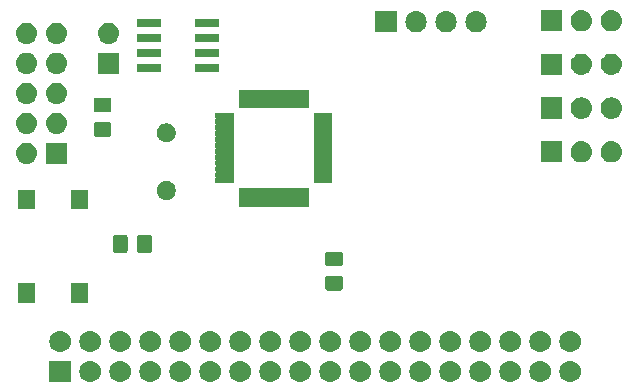
<source format=gbr>
G04 #@! TF.GenerationSoftware,KiCad,Pcbnew,(5.1.4)-1*
G04 #@! TF.CreationDate,2020-06-16T20:58:40+02:00*
G04 #@! TF.ProjectId,STM32F030C6_Board,53544d33-3246-4303-9330-43365f426f61,rev?*
G04 #@! TF.SameCoordinates,Original*
G04 #@! TF.FileFunction,Soldermask,Top*
G04 #@! TF.FilePolarity,Negative*
%FSLAX46Y46*%
G04 Gerber Fmt 4.6, Leading zero omitted, Abs format (unit mm)*
G04 Created by KiCad (PCBNEW (5.1.4)-1) date 2020-06-16 20:58:40*
%MOMM*%
%LPD*%
G04 APERTURE LIST*
%ADD10C,0.100000*%
G04 APERTURE END LIST*
D10*
G36*
X195290442Y-123605518D02*
G01*
X195356627Y-123612037D01*
X195526466Y-123663557D01*
X195682991Y-123747222D01*
X195718729Y-123776552D01*
X195820186Y-123859814D01*
X195903448Y-123961271D01*
X195932778Y-123997009D01*
X196016443Y-124153534D01*
X196067963Y-124323373D01*
X196085359Y-124500000D01*
X196067963Y-124676627D01*
X196016443Y-124846466D01*
X195932778Y-125002991D01*
X195903448Y-125038729D01*
X195820186Y-125140186D01*
X195718729Y-125223448D01*
X195682991Y-125252778D01*
X195526466Y-125336443D01*
X195356627Y-125387963D01*
X195290442Y-125394482D01*
X195224260Y-125401000D01*
X195135740Y-125401000D01*
X195069558Y-125394482D01*
X195003373Y-125387963D01*
X194833534Y-125336443D01*
X194677009Y-125252778D01*
X194641271Y-125223448D01*
X194539814Y-125140186D01*
X194456552Y-125038729D01*
X194427222Y-125002991D01*
X194343557Y-124846466D01*
X194292037Y-124676627D01*
X194274641Y-124500000D01*
X194292037Y-124323373D01*
X194343557Y-124153534D01*
X194427222Y-123997009D01*
X194456552Y-123961271D01*
X194539814Y-123859814D01*
X194641271Y-123776552D01*
X194677009Y-123747222D01*
X194833534Y-123663557D01*
X195003373Y-123612037D01*
X195069558Y-123605518D01*
X195135740Y-123599000D01*
X195224260Y-123599000D01*
X195290442Y-123605518D01*
X195290442Y-123605518D01*
G37*
G36*
X172430442Y-123605518D02*
G01*
X172496627Y-123612037D01*
X172666466Y-123663557D01*
X172822991Y-123747222D01*
X172858729Y-123776552D01*
X172960186Y-123859814D01*
X173043448Y-123961271D01*
X173072778Y-123997009D01*
X173156443Y-124153534D01*
X173207963Y-124323373D01*
X173225359Y-124500000D01*
X173207963Y-124676627D01*
X173156443Y-124846466D01*
X173072778Y-125002991D01*
X173043448Y-125038729D01*
X172960186Y-125140186D01*
X172858729Y-125223448D01*
X172822991Y-125252778D01*
X172666466Y-125336443D01*
X172496627Y-125387963D01*
X172430442Y-125394482D01*
X172364260Y-125401000D01*
X172275740Y-125401000D01*
X172209558Y-125394482D01*
X172143373Y-125387963D01*
X171973534Y-125336443D01*
X171817009Y-125252778D01*
X171781271Y-125223448D01*
X171679814Y-125140186D01*
X171596552Y-125038729D01*
X171567222Y-125002991D01*
X171483557Y-124846466D01*
X171432037Y-124676627D01*
X171414641Y-124500000D01*
X171432037Y-124323373D01*
X171483557Y-124153534D01*
X171567222Y-123997009D01*
X171596552Y-123961271D01*
X171679814Y-123859814D01*
X171781271Y-123776552D01*
X171817009Y-123747222D01*
X171973534Y-123663557D01*
X172143373Y-123612037D01*
X172209558Y-123605518D01*
X172275740Y-123599000D01*
X172364260Y-123599000D01*
X172430442Y-123605518D01*
X172430442Y-123605518D01*
G37*
G36*
X152901000Y-125401000D02*
G01*
X151099000Y-125401000D01*
X151099000Y-123599000D01*
X152901000Y-123599000D01*
X152901000Y-125401000D01*
X152901000Y-125401000D01*
G37*
G36*
X154650442Y-123605518D02*
G01*
X154716627Y-123612037D01*
X154886466Y-123663557D01*
X155042991Y-123747222D01*
X155078729Y-123776552D01*
X155180186Y-123859814D01*
X155263448Y-123961271D01*
X155292778Y-123997009D01*
X155376443Y-124153534D01*
X155427963Y-124323373D01*
X155445359Y-124500000D01*
X155427963Y-124676627D01*
X155376443Y-124846466D01*
X155292778Y-125002991D01*
X155263448Y-125038729D01*
X155180186Y-125140186D01*
X155078729Y-125223448D01*
X155042991Y-125252778D01*
X154886466Y-125336443D01*
X154716627Y-125387963D01*
X154650442Y-125394482D01*
X154584260Y-125401000D01*
X154495740Y-125401000D01*
X154429558Y-125394482D01*
X154363373Y-125387963D01*
X154193534Y-125336443D01*
X154037009Y-125252778D01*
X154001271Y-125223448D01*
X153899814Y-125140186D01*
X153816552Y-125038729D01*
X153787222Y-125002991D01*
X153703557Y-124846466D01*
X153652037Y-124676627D01*
X153634641Y-124500000D01*
X153652037Y-124323373D01*
X153703557Y-124153534D01*
X153787222Y-123997009D01*
X153816552Y-123961271D01*
X153899814Y-123859814D01*
X154001271Y-123776552D01*
X154037009Y-123747222D01*
X154193534Y-123663557D01*
X154363373Y-123612037D01*
X154429558Y-123605518D01*
X154495740Y-123599000D01*
X154584260Y-123599000D01*
X154650442Y-123605518D01*
X154650442Y-123605518D01*
G37*
G36*
X157190442Y-123605518D02*
G01*
X157256627Y-123612037D01*
X157426466Y-123663557D01*
X157582991Y-123747222D01*
X157618729Y-123776552D01*
X157720186Y-123859814D01*
X157803448Y-123961271D01*
X157832778Y-123997009D01*
X157916443Y-124153534D01*
X157967963Y-124323373D01*
X157985359Y-124500000D01*
X157967963Y-124676627D01*
X157916443Y-124846466D01*
X157832778Y-125002991D01*
X157803448Y-125038729D01*
X157720186Y-125140186D01*
X157618729Y-125223448D01*
X157582991Y-125252778D01*
X157426466Y-125336443D01*
X157256627Y-125387963D01*
X157190442Y-125394482D01*
X157124260Y-125401000D01*
X157035740Y-125401000D01*
X156969558Y-125394482D01*
X156903373Y-125387963D01*
X156733534Y-125336443D01*
X156577009Y-125252778D01*
X156541271Y-125223448D01*
X156439814Y-125140186D01*
X156356552Y-125038729D01*
X156327222Y-125002991D01*
X156243557Y-124846466D01*
X156192037Y-124676627D01*
X156174641Y-124500000D01*
X156192037Y-124323373D01*
X156243557Y-124153534D01*
X156327222Y-123997009D01*
X156356552Y-123961271D01*
X156439814Y-123859814D01*
X156541271Y-123776552D01*
X156577009Y-123747222D01*
X156733534Y-123663557D01*
X156903373Y-123612037D01*
X156969558Y-123605518D01*
X157035740Y-123599000D01*
X157124260Y-123599000D01*
X157190442Y-123605518D01*
X157190442Y-123605518D01*
G37*
G36*
X159730442Y-123605518D02*
G01*
X159796627Y-123612037D01*
X159966466Y-123663557D01*
X160122991Y-123747222D01*
X160158729Y-123776552D01*
X160260186Y-123859814D01*
X160343448Y-123961271D01*
X160372778Y-123997009D01*
X160456443Y-124153534D01*
X160507963Y-124323373D01*
X160525359Y-124500000D01*
X160507963Y-124676627D01*
X160456443Y-124846466D01*
X160372778Y-125002991D01*
X160343448Y-125038729D01*
X160260186Y-125140186D01*
X160158729Y-125223448D01*
X160122991Y-125252778D01*
X159966466Y-125336443D01*
X159796627Y-125387963D01*
X159730442Y-125394482D01*
X159664260Y-125401000D01*
X159575740Y-125401000D01*
X159509558Y-125394482D01*
X159443373Y-125387963D01*
X159273534Y-125336443D01*
X159117009Y-125252778D01*
X159081271Y-125223448D01*
X158979814Y-125140186D01*
X158896552Y-125038729D01*
X158867222Y-125002991D01*
X158783557Y-124846466D01*
X158732037Y-124676627D01*
X158714641Y-124500000D01*
X158732037Y-124323373D01*
X158783557Y-124153534D01*
X158867222Y-123997009D01*
X158896552Y-123961271D01*
X158979814Y-123859814D01*
X159081271Y-123776552D01*
X159117009Y-123747222D01*
X159273534Y-123663557D01*
X159443373Y-123612037D01*
X159509558Y-123605518D01*
X159575740Y-123599000D01*
X159664260Y-123599000D01*
X159730442Y-123605518D01*
X159730442Y-123605518D01*
G37*
G36*
X162270442Y-123605518D02*
G01*
X162336627Y-123612037D01*
X162506466Y-123663557D01*
X162662991Y-123747222D01*
X162698729Y-123776552D01*
X162800186Y-123859814D01*
X162883448Y-123961271D01*
X162912778Y-123997009D01*
X162996443Y-124153534D01*
X163047963Y-124323373D01*
X163065359Y-124500000D01*
X163047963Y-124676627D01*
X162996443Y-124846466D01*
X162912778Y-125002991D01*
X162883448Y-125038729D01*
X162800186Y-125140186D01*
X162698729Y-125223448D01*
X162662991Y-125252778D01*
X162506466Y-125336443D01*
X162336627Y-125387963D01*
X162270442Y-125394482D01*
X162204260Y-125401000D01*
X162115740Y-125401000D01*
X162049558Y-125394482D01*
X161983373Y-125387963D01*
X161813534Y-125336443D01*
X161657009Y-125252778D01*
X161621271Y-125223448D01*
X161519814Y-125140186D01*
X161436552Y-125038729D01*
X161407222Y-125002991D01*
X161323557Y-124846466D01*
X161272037Y-124676627D01*
X161254641Y-124500000D01*
X161272037Y-124323373D01*
X161323557Y-124153534D01*
X161407222Y-123997009D01*
X161436552Y-123961271D01*
X161519814Y-123859814D01*
X161621271Y-123776552D01*
X161657009Y-123747222D01*
X161813534Y-123663557D01*
X161983373Y-123612037D01*
X162049558Y-123605518D01*
X162115740Y-123599000D01*
X162204260Y-123599000D01*
X162270442Y-123605518D01*
X162270442Y-123605518D01*
G37*
G36*
X164810442Y-123605518D02*
G01*
X164876627Y-123612037D01*
X165046466Y-123663557D01*
X165202991Y-123747222D01*
X165238729Y-123776552D01*
X165340186Y-123859814D01*
X165423448Y-123961271D01*
X165452778Y-123997009D01*
X165536443Y-124153534D01*
X165587963Y-124323373D01*
X165605359Y-124500000D01*
X165587963Y-124676627D01*
X165536443Y-124846466D01*
X165452778Y-125002991D01*
X165423448Y-125038729D01*
X165340186Y-125140186D01*
X165238729Y-125223448D01*
X165202991Y-125252778D01*
X165046466Y-125336443D01*
X164876627Y-125387963D01*
X164810442Y-125394482D01*
X164744260Y-125401000D01*
X164655740Y-125401000D01*
X164589558Y-125394482D01*
X164523373Y-125387963D01*
X164353534Y-125336443D01*
X164197009Y-125252778D01*
X164161271Y-125223448D01*
X164059814Y-125140186D01*
X163976552Y-125038729D01*
X163947222Y-125002991D01*
X163863557Y-124846466D01*
X163812037Y-124676627D01*
X163794641Y-124500000D01*
X163812037Y-124323373D01*
X163863557Y-124153534D01*
X163947222Y-123997009D01*
X163976552Y-123961271D01*
X164059814Y-123859814D01*
X164161271Y-123776552D01*
X164197009Y-123747222D01*
X164353534Y-123663557D01*
X164523373Y-123612037D01*
X164589558Y-123605518D01*
X164655740Y-123599000D01*
X164744260Y-123599000D01*
X164810442Y-123605518D01*
X164810442Y-123605518D01*
G37*
G36*
X167350442Y-123605518D02*
G01*
X167416627Y-123612037D01*
X167586466Y-123663557D01*
X167742991Y-123747222D01*
X167778729Y-123776552D01*
X167880186Y-123859814D01*
X167963448Y-123961271D01*
X167992778Y-123997009D01*
X168076443Y-124153534D01*
X168127963Y-124323373D01*
X168145359Y-124500000D01*
X168127963Y-124676627D01*
X168076443Y-124846466D01*
X167992778Y-125002991D01*
X167963448Y-125038729D01*
X167880186Y-125140186D01*
X167778729Y-125223448D01*
X167742991Y-125252778D01*
X167586466Y-125336443D01*
X167416627Y-125387963D01*
X167350442Y-125394482D01*
X167284260Y-125401000D01*
X167195740Y-125401000D01*
X167129558Y-125394482D01*
X167063373Y-125387963D01*
X166893534Y-125336443D01*
X166737009Y-125252778D01*
X166701271Y-125223448D01*
X166599814Y-125140186D01*
X166516552Y-125038729D01*
X166487222Y-125002991D01*
X166403557Y-124846466D01*
X166352037Y-124676627D01*
X166334641Y-124500000D01*
X166352037Y-124323373D01*
X166403557Y-124153534D01*
X166487222Y-123997009D01*
X166516552Y-123961271D01*
X166599814Y-123859814D01*
X166701271Y-123776552D01*
X166737009Y-123747222D01*
X166893534Y-123663557D01*
X167063373Y-123612037D01*
X167129558Y-123605518D01*
X167195740Y-123599000D01*
X167284260Y-123599000D01*
X167350442Y-123605518D01*
X167350442Y-123605518D01*
G37*
G36*
X169890442Y-123605518D02*
G01*
X169956627Y-123612037D01*
X170126466Y-123663557D01*
X170282991Y-123747222D01*
X170318729Y-123776552D01*
X170420186Y-123859814D01*
X170503448Y-123961271D01*
X170532778Y-123997009D01*
X170616443Y-124153534D01*
X170667963Y-124323373D01*
X170685359Y-124500000D01*
X170667963Y-124676627D01*
X170616443Y-124846466D01*
X170532778Y-125002991D01*
X170503448Y-125038729D01*
X170420186Y-125140186D01*
X170318729Y-125223448D01*
X170282991Y-125252778D01*
X170126466Y-125336443D01*
X169956627Y-125387963D01*
X169890442Y-125394482D01*
X169824260Y-125401000D01*
X169735740Y-125401000D01*
X169669558Y-125394482D01*
X169603373Y-125387963D01*
X169433534Y-125336443D01*
X169277009Y-125252778D01*
X169241271Y-125223448D01*
X169139814Y-125140186D01*
X169056552Y-125038729D01*
X169027222Y-125002991D01*
X168943557Y-124846466D01*
X168892037Y-124676627D01*
X168874641Y-124500000D01*
X168892037Y-124323373D01*
X168943557Y-124153534D01*
X169027222Y-123997009D01*
X169056552Y-123961271D01*
X169139814Y-123859814D01*
X169241271Y-123776552D01*
X169277009Y-123747222D01*
X169433534Y-123663557D01*
X169603373Y-123612037D01*
X169669558Y-123605518D01*
X169735740Y-123599000D01*
X169824260Y-123599000D01*
X169890442Y-123605518D01*
X169890442Y-123605518D01*
G37*
G36*
X177510442Y-123605518D02*
G01*
X177576627Y-123612037D01*
X177746466Y-123663557D01*
X177902991Y-123747222D01*
X177938729Y-123776552D01*
X178040186Y-123859814D01*
X178123448Y-123961271D01*
X178152778Y-123997009D01*
X178236443Y-124153534D01*
X178287963Y-124323373D01*
X178305359Y-124500000D01*
X178287963Y-124676627D01*
X178236443Y-124846466D01*
X178152778Y-125002991D01*
X178123448Y-125038729D01*
X178040186Y-125140186D01*
X177938729Y-125223448D01*
X177902991Y-125252778D01*
X177746466Y-125336443D01*
X177576627Y-125387963D01*
X177510442Y-125394482D01*
X177444260Y-125401000D01*
X177355740Y-125401000D01*
X177289558Y-125394482D01*
X177223373Y-125387963D01*
X177053534Y-125336443D01*
X176897009Y-125252778D01*
X176861271Y-125223448D01*
X176759814Y-125140186D01*
X176676552Y-125038729D01*
X176647222Y-125002991D01*
X176563557Y-124846466D01*
X176512037Y-124676627D01*
X176494641Y-124500000D01*
X176512037Y-124323373D01*
X176563557Y-124153534D01*
X176647222Y-123997009D01*
X176676552Y-123961271D01*
X176759814Y-123859814D01*
X176861271Y-123776552D01*
X176897009Y-123747222D01*
X177053534Y-123663557D01*
X177223373Y-123612037D01*
X177289558Y-123605518D01*
X177355740Y-123599000D01*
X177444260Y-123599000D01*
X177510442Y-123605518D01*
X177510442Y-123605518D01*
G37*
G36*
X180050442Y-123605518D02*
G01*
X180116627Y-123612037D01*
X180286466Y-123663557D01*
X180442991Y-123747222D01*
X180478729Y-123776552D01*
X180580186Y-123859814D01*
X180663448Y-123961271D01*
X180692778Y-123997009D01*
X180776443Y-124153534D01*
X180827963Y-124323373D01*
X180845359Y-124500000D01*
X180827963Y-124676627D01*
X180776443Y-124846466D01*
X180692778Y-125002991D01*
X180663448Y-125038729D01*
X180580186Y-125140186D01*
X180478729Y-125223448D01*
X180442991Y-125252778D01*
X180286466Y-125336443D01*
X180116627Y-125387963D01*
X180050442Y-125394482D01*
X179984260Y-125401000D01*
X179895740Y-125401000D01*
X179829558Y-125394482D01*
X179763373Y-125387963D01*
X179593534Y-125336443D01*
X179437009Y-125252778D01*
X179401271Y-125223448D01*
X179299814Y-125140186D01*
X179216552Y-125038729D01*
X179187222Y-125002991D01*
X179103557Y-124846466D01*
X179052037Y-124676627D01*
X179034641Y-124500000D01*
X179052037Y-124323373D01*
X179103557Y-124153534D01*
X179187222Y-123997009D01*
X179216552Y-123961271D01*
X179299814Y-123859814D01*
X179401271Y-123776552D01*
X179437009Y-123747222D01*
X179593534Y-123663557D01*
X179763373Y-123612037D01*
X179829558Y-123605518D01*
X179895740Y-123599000D01*
X179984260Y-123599000D01*
X180050442Y-123605518D01*
X180050442Y-123605518D01*
G37*
G36*
X182590442Y-123605518D02*
G01*
X182656627Y-123612037D01*
X182826466Y-123663557D01*
X182982991Y-123747222D01*
X183018729Y-123776552D01*
X183120186Y-123859814D01*
X183203448Y-123961271D01*
X183232778Y-123997009D01*
X183316443Y-124153534D01*
X183367963Y-124323373D01*
X183385359Y-124500000D01*
X183367963Y-124676627D01*
X183316443Y-124846466D01*
X183232778Y-125002991D01*
X183203448Y-125038729D01*
X183120186Y-125140186D01*
X183018729Y-125223448D01*
X182982991Y-125252778D01*
X182826466Y-125336443D01*
X182656627Y-125387963D01*
X182590442Y-125394482D01*
X182524260Y-125401000D01*
X182435740Y-125401000D01*
X182369558Y-125394482D01*
X182303373Y-125387963D01*
X182133534Y-125336443D01*
X181977009Y-125252778D01*
X181941271Y-125223448D01*
X181839814Y-125140186D01*
X181756552Y-125038729D01*
X181727222Y-125002991D01*
X181643557Y-124846466D01*
X181592037Y-124676627D01*
X181574641Y-124500000D01*
X181592037Y-124323373D01*
X181643557Y-124153534D01*
X181727222Y-123997009D01*
X181756552Y-123961271D01*
X181839814Y-123859814D01*
X181941271Y-123776552D01*
X181977009Y-123747222D01*
X182133534Y-123663557D01*
X182303373Y-123612037D01*
X182369558Y-123605518D01*
X182435740Y-123599000D01*
X182524260Y-123599000D01*
X182590442Y-123605518D01*
X182590442Y-123605518D01*
G37*
G36*
X185130442Y-123605518D02*
G01*
X185196627Y-123612037D01*
X185366466Y-123663557D01*
X185522991Y-123747222D01*
X185558729Y-123776552D01*
X185660186Y-123859814D01*
X185743448Y-123961271D01*
X185772778Y-123997009D01*
X185856443Y-124153534D01*
X185907963Y-124323373D01*
X185925359Y-124500000D01*
X185907963Y-124676627D01*
X185856443Y-124846466D01*
X185772778Y-125002991D01*
X185743448Y-125038729D01*
X185660186Y-125140186D01*
X185558729Y-125223448D01*
X185522991Y-125252778D01*
X185366466Y-125336443D01*
X185196627Y-125387963D01*
X185130442Y-125394482D01*
X185064260Y-125401000D01*
X184975740Y-125401000D01*
X184909558Y-125394482D01*
X184843373Y-125387963D01*
X184673534Y-125336443D01*
X184517009Y-125252778D01*
X184481271Y-125223448D01*
X184379814Y-125140186D01*
X184296552Y-125038729D01*
X184267222Y-125002991D01*
X184183557Y-124846466D01*
X184132037Y-124676627D01*
X184114641Y-124500000D01*
X184132037Y-124323373D01*
X184183557Y-124153534D01*
X184267222Y-123997009D01*
X184296552Y-123961271D01*
X184379814Y-123859814D01*
X184481271Y-123776552D01*
X184517009Y-123747222D01*
X184673534Y-123663557D01*
X184843373Y-123612037D01*
X184909558Y-123605518D01*
X184975740Y-123599000D01*
X185064260Y-123599000D01*
X185130442Y-123605518D01*
X185130442Y-123605518D01*
G37*
G36*
X187670442Y-123605518D02*
G01*
X187736627Y-123612037D01*
X187906466Y-123663557D01*
X188062991Y-123747222D01*
X188098729Y-123776552D01*
X188200186Y-123859814D01*
X188283448Y-123961271D01*
X188312778Y-123997009D01*
X188396443Y-124153534D01*
X188447963Y-124323373D01*
X188465359Y-124500000D01*
X188447963Y-124676627D01*
X188396443Y-124846466D01*
X188312778Y-125002991D01*
X188283448Y-125038729D01*
X188200186Y-125140186D01*
X188098729Y-125223448D01*
X188062991Y-125252778D01*
X187906466Y-125336443D01*
X187736627Y-125387963D01*
X187670442Y-125394482D01*
X187604260Y-125401000D01*
X187515740Y-125401000D01*
X187449558Y-125394482D01*
X187383373Y-125387963D01*
X187213534Y-125336443D01*
X187057009Y-125252778D01*
X187021271Y-125223448D01*
X186919814Y-125140186D01*
X186836552Y-125038729D01*
X186807222Y-125002991D01*
X186723557Y-124846466D01*
X186672037Y-124676627D01*
X186654641Y-124500000D01*
X186672037Y-124323373D01*
X186723557Y-124153534D01*
X186807222Y-123997009D01*
X186836552Y-123961271D01*
X186919814Y-123859814D01*
X187021271Y-123776552D01*
X187057009Y-123747222D01*
X187213534Y-123663557D01*
X187383373Y-123612037D01*
X187449558Y-123605518D01*
X187515740Y-123599000D01*
X187604260Y-123599000D01*
X187670442Y-123605518D01*
X187670442Y-123605518D01*
G37*
G36*
X190210442Y-123605518D02*
G01*
X190276627Y-123612037D01*
X190446466Y-123663557D01*
X190602991Y-123747222D01*
X190638729Y-123776552D01*
X190740186Y-123859814D01*
X190823448Y-123961271D01*
X190852778Y-123997009D01*
X190936443Y-124153534D01*
X190987963Y-124323373D01*
X191005359Y-124500000D01*
X190987963Y-124676627D01*
X190936443Y-124846466D01*
X190852778Y-125002991D01*
X190823448Y-125038729D01*
X190740186Y-125140186D01*
X190638729Y-125223448D01*
X190602991Y-125252778D01*
X190446466Y-125336443D01*
X190276627Y-125387963D01*
X190210442Y-125394482D01*
X190144260Y-125401000D01*
X190055740Y-125401000D01*
X189989558Y-125394482D01*
X189923373Y-125387963D01*
X189753534Y-125336443D01*
X189597009Y-125252778D01*
X189561271Y-125223448D01*
X189459814Y-125140186D01*
X189376552Y-125038729D01*
X189347222Y-125002991D01*
X189263557Y-124846466D01*
X189212037Y-124676627D01*
X189194641Y-124500000D01*
X189212037Y-124323373D01*
X189263557Y-124153534D01*
X189347222Y-123997009D01*
X189376552Y-123961271D01*
X189459814Y-123859814D01*
X189561271Y-123776552D01*
X189597009Y-123747222D01*
X189753534Y-123663557D01*
X189923373Y-123612037D01*
X189989558Y-123605518D01*
X190055740Y-123599000D01*
X190144260Y-123599000D01*
X190210442Y-123605518D01*
X190210442Y-123605518D01*
G37*
G36*
X192750442Y-123605518D02*
G01*
X192816627Y-123612037D01*
X192986466Y-123663557D01*
X193142991Y-123747222D01*
X193178729Y-123776552D01*
X193280186Y-123859814D01*
X193363448Y-123961271D01*
X193392778Y-123997009D01*
X193476443Y-124153534D01*
X193527963Y-124323373D01*
X193545359Y-124500000D01*
X193527963Y-124676627D01*
X193476443Y-124846466D01*
X193392778Y-125002991D01*
X193363448Y-125038729D01*
X193280186Y-125140186D01*
X193178729Y-125223448D01*
X193142991Y-125252778D01*
X192986466Y-125336443D01*
X192816627Y-125387963D01*
X192750442Y-125394482D01*
X192684260Y-125401000D01*
X192595740Y-125401000D01*
X192529558Y-125394482D01*
X192463373Y-125387963D01*
X192293534Y-125336443D01*
X192137009Y-125252778D01*
X192101271Y-125223448D01*
X191999814Y-125140186D01*
X191916552Y-125038729D01*
X191887222Y-125002991D01*
X191803557Y-124846466D01*
X191752037Y-124676627D01*
X191734641Y-124500000D01*
X191752037Y-124323373D01*
X191803557Y-124153534D01*
X191887222Y-123997009D01*
X191916552Y-123961271D01*
X191999814Y-123859814D01*
X192101271Y-123776552D01*
X192137009Y-123747222D01*
X192293534Y-123663557D01*
X192463373Y-123612037D01*
X192529558Y-123605518D01*
X192595740Y-123599000D01*
X192684260Y-123599000D01*
X192750442Y-123605518D01*
X192750442Y-123605518D01*
G37*
G36*
X174970442Y-123605518D02*
G01*
X175036627Y-123612037D01*
X175206466Y-123663557D01*
X175362991Y-123747222D01*
X175398729Y-123776552D01*
X175500186Y-123859814D01*
X175583448Y-123961271D01*
X175612778Y-123997009D01*
X175696443Y-124153534D01*
X175747963Y-124323373D01*
X175765359Y-124500000D01*
X175747963Y-124676627D01*
X175696443Y-124846466D01*
X175612778Y-125002991D01*
X175583448Y-125038729D01*
X175500186Y-125140186D01*
X175398729Y-125223448D01*
X175362991Y-125252778D01*
X175206466Y-125336443D01*
X175036627Y-125387963D01*
X174970442Y-125394482D01*
X174904260Y-125401000D01*
X174815740Y-125401000D01*
X174749558Y-125394482D01*
X174683373Y-125387963D01*
X174513534Y-125336443D01*
X174357009Y-125252778D01*
X174321271Y-125223448D01*
X174219814Y-125140186D01*
X174136552Y-125038729D01*
X174107222Y-125002991D01*
X174023557Y-124846466D01*
X173972037Y-124676627D01*
X173954641Y-124500000D01*
X173972037Y-124323373D01*
X174023557Y-124153534D01*
X174107222Y-123997009D01*
X174136552Y-123961271D01*
X174219814Y-123859814D01*
X174321271Y-123776552D01*
X174357009Y-123747222D01*
X174513534Y-123663557D01*
X174683373Y-123612037D01*
X174749558Y-123605518D01*
X174815740Y-123599000D01*
X174904260Y-123599000D01*
X174970442Y-123605518D01*
X174970442Y-123605518D01*
G37*
G36*
X169890442Y-121065518D02*
G01*
X169956627Y-121072037D01*
X170126466Y-121123557D01*
X170282991Y-121207222D01*
X170318729Y-121236552D01*
X170420186Y-121319814D01*
X170503448Y-121421271D01*
X170532778Y-121457009D01*
X170616443Y-121613534D01*
X170667963Y-121783373D01*
X170685359Y-121960000D01*
X170667963Y-122136627D01*
X170616443Y-122306466D01*
X170532778Y-122462991D01*
X170503448Y-122498729D01*
X170420186Y-122600186D01*
X170318729Y-122683448D01*
X170282991Y-122712778D01*
X170126466Y-122796443D01*
X169956627Y-122847963D01*
X169890442Y-122854482D01*
X169824260Y-122861000D01*
X169735740Y-122861000D01*
X169669558Y-122854482D01*
X169603373Y-122847963D01*
X169433534Y-122796443D01*
X169277009Y-122712778D01*
X169241271Y-122683448D01*
X169139814Y-122600186D01*
X169056552Y-122498729D01*
X169027222Y-122462991D01*
X168943557Y-122306466D01*
X168892037Y-122136627D01*
X168874641Y-121960000D01*
X168892037Y-121783373D01*
X168943557Y-121613534D01*
X169027222Y-121457009D01*
X169056552Y-121421271D01*
X169139814Y-121319814D01*
X169241271Y-121236552D01*
X169277009Y-121207222D01*
X169433534Y-121123557D01*
X169603373Y-121072037D01*
X169669558Y-121065518D01*
X169735740Y-121059000D01*
X169824260Y-121059000D01*
X169890442Y-121065518D01*
X169890442Y-121065518D01*
G37*
G36*
X187670442Y-121065518D02*
G01*
X187736627Y-121072037D01*
X187906466Y-121123557D01*
X188062991Y-121207222D01*
X188098729Y-121236552D01*
X188200186Y-121319814D01*
X188283448Y-121421271D01*
X188312778Y-121457009D01*
X188396443Y-121613534D01*
X188447963Y-121783373D01*
X188465359Y-121960000D01*
X188447963Y-122136627D01*
X188396443Y-122306466D01*
X188312778Y-122462991D01*
X188283448Y-122498729D01*
X188200186Y-122600186D01*
X188098729Y-122683448D01*
X188062991Y-122712778D01*
X187906466Y-122796443D01*
X187736627Y-122847963D01*
X187670442Y-122854482D01*
X187604260Y-122861000D01*
X187515740Y-122861000D01*
X187449558Y-122854482D01*
X187383373Y-122847963D01*
X187213534Y-122796443D01*
X187057009Y-122712778D01*
X187021271Y-122683448D01*
X186919814Y-122600186D01*
X186836552Y-122498729D01*
X186807222Y-122462991D01*
X186723557Y-122306466D01*
X186672037Y-122136627D01*
X186654641Y-121960000D01*
X186672037Y-121783373D01*
X186723557Y-121613534D01*
X186807222Y-121457009D01*
X186836552Y-121421271D01*
X186919814Y-121319814D01*
X187021271Y-121236552D01*
X187057009Y-121207222D01*
X187213534Y-121123557D01*
X187383373Y-121072037D01*
X187449558Y-121065518D01*
X187515740Y-121059000D01*
X187604260Y-121059000D01*
X187670442Y-121065518D01*
X187670442Y-121065518D01*
G37*
G36*
X167350442Y-121065518D02*
G01*
X167416627Y-121072037D01*
X167586466Y-121123557D01*
X167742991Y-121207222D01*
X167778729Y-121236552D01*
X167880186Y-121319814D01*
X167963448Y-121421271D01*
X167992778Y-121457009D01*
X168076443Y-121613534D01*
X168127963Y-121783373D01*
X168145359Y-121960000D01*
X168127963Y-122136627D01*
X168076443Y-122306466D01*
X167992778Y-122462991D01*
X167963448Y-122498729D01*
X167880186Y-122600186D01*
X167778729Y-122683448D01*
X167742991Y-122712778D01*
X167586466Y-122796443D01*
X167416627Y-122847963D01*
X167350442Y-122854482D01*
X167284260Y-122861000D01*
X167195740Y-122861000D01*
X167129558Y-122854482D01*
X167063373Y-122847963D01*
X166893534Y-122796443D01*
X166737009Y-122712778D01*
X166701271Y-122683448D01*
X166599814Y-122600186D01*
X166516552Y-122498729D01*
X166487222Y-122462991D01*
X166403557Y-122306466D01*
X166352037Y-122136627D01*
X166334641Y-121960000D01*
X166352037Y-121783373D01*
X166403557Y-121613534D01*
X166487222Y-121457009D01*
X166516552Y-121421271D01*
X166599814Y-121319814D01*
X166701271Y-121236552D01*
X166737009Y-121207222D01*
X166893534Y-121123557D01*
X167063373Y-121072037D01*
X167129558Y-121065518D01*
X167195740Y-121059000D01*
X167284260Y-121059000D01*
X167350442Y-121065518D01*
X167350442Y-121065518D01*
G37*
G36*
X164810442Y-121065518D02*
G01*
X164876627Y-121072037D01*
X165046466Y-121123557D01*
X165202991Y-121207222D01*
X165238729Y-121236552D01*
X165340186Y-121319814D01*
X165423448Y-121421271D01*
X165452778Y-121457009D01*
X165536443Y-121613534D01*
X165587963Y-121783373D01*
X165605359Y-121960000D01*
X165587963Y-122136627D01*
X165536443Y-122306466D01*
X165452778Y-122462991D01*
X165423448Y-122498729D01*
X165340186Y-122600186D01*
X165238729Y-122683448D01*
X165202991Y-122712778D01*
X165046466Y-122796443D01*
X164876627Y-122847963D01*
X164810442Y-122854482D01*
X164744260Y-122861000D01*
X164655740Y-122861000D01*
X164589558Y-122854482D01*
X164523373Y-122847963D01*
X164353534Y-122796443D01*
X164197009Y-122712778D01*
X164161271Y-122683448D01*
X164059814Y-122600186D01*
X163976552Y-122498729D01*
X163947222Y-122462991D01*
X163863557Y-122306466D01*
X163812037Y-122136627D01*
X163794641Y-121960000D01*
X163812037Y-121783373D01*
X163863557Y-121613534D01*
X163947222Y-121457009D01*
X163976552Y-121421271D01*
X164059814Y-121319814D01*
X164161271Y-121236552D01*
X164197009Y-121207222D01*
X164353534Y-121123557D01*
X164523373Y-121072037D01*
X164589558Y-121065518D01*
X164655740Y-121059000D01*
X164744260Y-121059000D01*
X164810442Y-121065518D01*
X164810442Y-121065518D01*
G37*
G36*
X190210442Y-121065518D02*
G01*
X190276627Y-121072037D01*
X190446466Y-121123557D01*
X190602991Y-121207222D01*
X190638729Y-121236552D01*
X190740186Y-121319814D01*
X190823448Y-121421271D01*
X190852778Y-121457009D01*
X190936443Y-121613534D01*
X190987963Y-121783373D01*
X191005359Y-121960000D01*
X190987963Y-122136627D01*
X190936443Y-122306466D01*
X190852778Y-122462991D01*
X190823448Y-122498729D01*
X190740186Y-122600186D01*
X190638729Y-122683448D01*
X190602991Y-122712778D01*
X190446466Y-122796443D01*
X190276627Y-122847963D01*
X190210442Y-122854482D01*
X190144260Y-122861000D01*
X190055740Y-122861000D01*
X189989558Y-122854482D01*
X189923373Y-122847963D01*
X189753534Y-122796443D01*
X189597009Y-122712778D01*
X189561271Y-122683448D01*
X189459814Y-122600186D01*
X189376552Y-122498729D01*
X189347222Y-122462991D01*
X189263557Y-122306466D01*
X189212037Y-122136627D01*
X189194641Y-121960000D01*
X189212037Y-121783373D01*
X189263557Y-121613534D01*
X189347222Y-121457009D01*
X189376552Y-121421271D01*
X189459814Y-121319814D01*
X189561271Y-121236552D01*
X189597009Y-121207222D01*
X189753534Y-121123557D01*
X189923373Y-121072037D01*
X189989558Y-121065518D01*
X190055740Y-121059000D01*
X190144260Y-121059000D01*
X190210442Y-121065518D01*
X190210442Y-121065518D01*
G37*
G36*
X185130442Y-121065518D02*
G01*
X185196627Y-121072037D01*
X185366466Y-121123557D01*
X185522991Y-121207222D01*
X185558729Y-121236552D01*
X185660186Y-121319814D01*
X185743448Y-121421271D01*
X185772778Y-121457009D01*
X185856443Y-121613534D01*
X185907963Y-121783373D01*
X185925359Y-121960000D01*
X185907963Y-122136627D01*
X185856443Y-122306466D01*
X185772778Y-122462991D01*
X185743448Y-122498729D01*
X185660186Y-122600186D01*
X185558729Y-122683448D01*
X185522991Y-122712778D01*
X185366466Y-122796443D01*
X185196627Y-122847963D01*
X185130442Y-122854482D01*
X185064260Y-122861000D01*
X184975740Y-122861000D01*
X184909558Y-122854482D01*
X184843373Y-122847963D01*
X184673534Y-122796443D01*
X184517009Y-122712778D01*
X184481271Y-122683448D01*
X184379814Y-122600186D01*
X184296552Y-122498729D01*
X184267222Y-122462991D01*
X184183557Y-122306466D01*
X184132037Y-122136627D01*
X184114641Y-121960000D01*
X184132037Y-121783373D01*
X184183557Y-121613534D01*
X184267222Y-121457009D01*
X184296552Y-121421271D01*
X184379814Y-121319814D01*
X184481271Y-121236552D01*
X184517009Y-121207222D01*
X184673534Y-121123557D01*
X184843373Y-121072037D01*
X184909558Y-121065518D01*
X184975740Y-121059000D01*
X185064260Y-121059000D01*
X185130442Y-121065518D01*
X185130442Y-121065518D01*
G37*
G36*
X195290442Y-121065518D02*
G01*
X195356627Y-121072037D01*
X195526466Y-121123557D01*
X195682991Y-121207222D01*
X195718729Y-121236552D01*
X195820186Y-121319814D01*
X195903448Y-121421271D01*
X195932778Y-121457009D01*
X196016443Y-121613534D01*
X196067963Y-121783373D01*
X196085359Y-121960000D01*
X196067963Y-122136627D01*
X196016443Y-122306466D01*
X195932778Y-122462991D01*
X195903448Y-122498729D01*
X195820186Y-122600186D01*
X195718729Y-122683448D01*
X195682991Y-122712778D01*
X195526466Y-122796443D01*
X195356627Y-122847963D01*
X195290442Y-122854482D01*
X195224260Y-122861000D01*
X195135740Y-122861000D01*
X195069558Y-122854482D01*
X195003373Y-122847963D01*
X194833534Y-122796443D01*
X194677009Y-122712778D01*
X194641271Y-122683448D01*
X194539814Y-122600186D01*
X194456552Y-122498729D01*
X194427222Y-122462991D01*
X194343557Y-122306466D01*
X194292037Y-122136627D01*
X194274641Y-121960000D01*
X194292037Y-121783373D01*
X194343557Y-121613534D01*
X194427222Y-121457009D01*
X194456552Y-121421271D01*
X194539814Y-121319814D01*
X194641271Y-121236552D01*
X194677009Y-121207222D01*
X194833534Y-121123557D01*
X195003373Y-121072037D01*
X195069558Y-121065518D01*
X195135740Y-121059000D01*
X195224260Y-121059000D01*
X195290442Y-121065518D01*
X195290442Y-121065518D01*
G37*
G36*
X192750442Y-121065518D02*
G01*
X192816627Y-121072037D01*
X192986466Y-121123557D01*
X193142991Y-121207222D01*
X193178729Y-121236552D01*
X193280186Y-121319814D01*
X193363448Y-121421271D01*
X193392778Y-121457009D01*
X193476443Y-121613534D01*
X193527963Y-121783373D01*
X193545359Y-121960000D01*
X193527963Y-122136627D01*
X193476443Y-122306466D01*
X193392778Y-122462991D01*
X193363448Y-122498729D01*
X193280186Y-122600186D01*
X193178729Y-122683448D01*
X193142991Y-122712778D01*
X192986466Y-122796443D01*
X192816627Y-122847963D01*
X192750442Y-122854482D01*
X192684260Y-122861000D01*
X192595740Y-122861000D01*
X192529558Y-122854482D01*
X192463373Y-122847963D01*
X192293534Y-122796443D01*
X192137009Y-122712778D01*
X192101271Y-122683448D01*
X191999814Y-122600186D01*
X191916552Y-122498729D01*
X191887222Y-122462991D01*
X191803557Y-122306466D01*
X191752037Y-122136627D01*
X191734641Y-121960000D01*
X191752037Y-121783373D01*
X191803557Y-121613534D01*
X191887222Y-121457009D01*
X191916552Y-121421271D01*
X191999814Y-121319814D01*
X192101271Y-121236552D01*
X192137009Y-121207222D01*
X192293534Y-121123557D01*
X192463373Y-121072037D01*
X192529558Y-121065518D01*
X192595740Y-121059000D01*
X192684260Y-121059000D01*
X192750442Y-121065518D01*
X192750442Y-121065518D01*
G37*
G36*
X162270442Y-121065518D02*
G01*
X162336627Y-121072037D01*
X162506466Y-121123557D01*
X162662991Y-121207222D01*
X162698729Y-121236552D01*
X162800186Y-121319814D01*
X162883448Y-121421271D01*
X162912778Y-121457009D01*
X162996443Y-121613534D01*
X163047963Y-121783373D01*
X163065359Y-121960000D01*
X163047963Y-122136627D01*
X162996443Y-122306466D01*
X162912778Y-122462991D01*
X162883448Y-122498729D01*
X162800186Y-122600186D01*
X162698729Y-122683448D01*
X162662991Y-122712778D01*
X162506466Y-122796443D01*
X162336627Y-122847963D01*
X162270442Y-122854482D01*
X162204260Y-122861000D01*
X162115740Y-122861000D01*
X162049558Y-122854482D01*
X161983373Y-122847963D01*
X161813534Y-122796443D01*
X161657009Y-122712778D01*
X161621271Y-122683448D01*
X161519814Y-122600186D01*
X161436552Y-122498729D01*
X161407222Y-122462991D01*
X161323557Y-122306466D01*
X161272037Y-122136627D01*
X161254641Y-121960000D01*
X161272037Y-121783373D01*
X161323557Y-121613534D01*
X161407222Y-121457009D01*
X161436552Y-121421271D01*
X161519814Y-121319814D01*
X161621271Y-121236552D01*
X161657009Y-121207222D01*
X161813534Y-121123557D01*
X161983373Y-121072037D01*
X162049558Y-121065518D01*
X162115740Y-121059000D01*
X162204260Y-121059000D01*
X162270442Y-121065518D01*
X162270442Y-121065518D01*
G37*
G36*
X172430442Y-121065518D02*
G01*
X172496627Y-121072037D01*
X172666466Y-121123557D01*
X172822991Y-121207222D01*
X172858729Y-121236552D01*
X172960186Y-121319814D01*
X173043448Y-121421271D01*
X173072778Y-121457009D01*
X173156443Y-121613534D01*
X173207963Y-121783373D01*
X173225359Y-121960000D01*
X173207963Y-122136627D01*
X173156443Y-122306466D01*
X173072778Y-122462991D01*
X173043448Y-122498729D01*
X172960186Y-122600186D01*
X172858729Y-122683448D01*
X172822991Y-122712778D01*
X172666466Y-122796443D01*
X172496627Y-122847963D01*
X172430442Y-122854482D01*
X172364260Y-122861000D01*
X172275740Y-122861000D01*
X172209558Y-122854482D01*
X172143373Y-122847963D01*
X171973534Y-122796443D01*
X171817009Y-122712778D01*
X171781271Y-122683448D01*
X171679814Y-122600186D01*
X171596552Y-122498729D01*
X171567222Y-122462991D01*
X171483557Y-122306466D01*
X171432037Y-122136627D01*
X171414641Y-121960000D01*
X171432037Y-121783373D01*
X171483557Y-121613534D01*
X171567222Y-121457009D01*
X171596552Y-121421271D01*
X171679814Y-121319814D01*
X171781271Y-121236552D01*
X171817009Y-121207222D01*
X171973534Y-121123557D01*
X172143373Y-121072037D01*
X172209558Y-121065518D01*
X172275740Y-121059000D01*
X172364260Y-121059000D01*
X172430442Y-121065518D01*
X172430442Y-121065518D01*
G37*
G36*
X174970442Y-121065518D02*
G01*
X175036627Y-121072037D01*
X175206466Y-121123557D01*
X175362991Y-121207222D01*
X175398729Y-121236552D01*
X175500186Y-121319814D01*
X175583448Y-121421271D01*
X175612778Y-121457009D01*
X175696443Y-121613534D01*
X175747963Y-121783373D01*
X175765359Y-121960000D01*
X175747963Y-122136627D01*
X175696443Y-122306466D01*
X175612778Y-122462991D01*
X175583448Y-122498729D01*
X175500186Y-122600186D01*
X175398729Y-122683448D01*
X175362991Y-122712778D01*
X175206466Y-122796443D01*
X175036627Y-122847963D01*
X174970442Y-122854482D01*
X174904260Y-122861000D01*
X174815740Y-122861000D01*
X174749558Y-122854482D01*
X174683373Y-122847963D01*
X174513534Y-122796443D01*
X174357009Y-122712778D01*
X174321271Y-122683448D01*
X174219814Y-122600186D01*
X174136552Y-122498729D01*
X174107222Y-122462991D01*
X174023557Y-122306466D01*
X173972037Y-122136627D01*
X173954641Y-121960000D01*
X173972037Y-121783373D01*
X174023557Y-121613534D01*
X174107222Y-121457009D01*
X174136552Y-121421271D01*
X174219814Y-121319814D01*
X174321271Y-121236552D01*
X174357009Y-121207222D01*
X174513534Y-121123557D01*
X174683373Y-121072037D01*
X174749558Y-121065518D01*
X174815740Y-121059000D01*
X174904260Y-121059000D01*
X174970442Y-121065518D01*
X174970442Y-121065518D01*
G37*
G36*
X157190442Y-121065518D02*
G01*
X157256627Y-121072037D01*
X157426466Y-121123557D01*
X157582991Y-121207222D01*
X157618729Y-121236552D01*
X157720186Y-121319814D01*
X157803448Y-121421271D01*
X157832778Y-121457009D01*
X157916443Y-121613534D01*
X157967963Y-121783373D01*
X157985359Y-121960000D01*
X157967963Y-122136627D01*
X157916443Y-122306466D01*
X157832778Y-122462991D01*
X157803448Y-122498729D01*
X157720186Y-122600186D01*
X157618729Y-122683448D01*
X157582991Y-122712778D01*
X157426466Y-122796443D01*
X157256627Y-122847963D01*
X157190442Y-122854482D01*
X157124260Y-122861000D01*
X157035740Y-122861000D01*
X156969558Y-122854482D01*
X156903373Y-122847963D01*
X156733534Y-122796443D01*
X156577009Y-122712778D01*
X156541271Y-122683448D01*
X156439814Y-122600186D01*
X156356552Y-122498729D01*
X156327222Y-122462991D01*
X156243557Y-122306466D01*
X156192037Y-122136627D01*
X156174641Y-121960000D01*
X156192037Y-121783373D01*
X156243557Y-121613534D01*
X156327222Y-121457009D01*
X156356552Y-121421271D01*
X156439814Y-121319814D01*
X156541271Y-121236552D01*
X156577009Y-121207222D01*
X156733534Y-121123557D01*
X156903373Y-121072037D01*
X156969558Y-121065518D01*
X157035740Y-121059000D01*
X157124260Y-121059000D01*
X157190442Y-121065518D01*
X157190442Y-121065518D01*
G37*
G36*
X177510442Y-121065518D02*
G01*
X177576627Y-121072037D01*
X177746466Y-121123557D01*
X177902991Y-121207222D01*
X177938729Y-121236552D01*
X178040186Y-121319814D01*
X178123448Y-121421271D01*
X178152778Y-121457009D01*
X178236443Y-121613534D01*
X178287963Y-121783373D01*
X178305359Y-121960000D01*
X178287963Y-122136627D01*
X178236443Y-122306466D01*
X178152778Y-122462991D01*
X178123448Y-122498729D01*
X178040186Y-122600186D01*
X177938729Y-122683448D01*
X177902991Y-122712778D01*
X177746466Y-122796443D01*
X177576627Y-122847963D01*
X177510442Y-122854482D01*
X177444260Y-122861000D01*
X177355740Y-122861000D01*
X177289558Y-122854482D01*
X177223373Y-122847963D01*
X177053534Y-122796443D01*
X176897009Y-122712778D01*
X176861271Y-122683448D01*
X176759814Y-122600186D01*
X176676552Y-122498729D01*
X176647222Y-122462991D01*
X176563557Y-122306466D01*
X176512037Y-122136627D01*
X176494641Y-121960000D01*
X176512037Y-121783373D01*
X176563557Y-121613534D01*
X176647222Y-121457009D01*
X176676552Y-121421271D01*
X176759814Y-121319814D01*
X176861271Y-121236552D01*
X176897009Y-121207222D01*
X177053534Y-121123557D01*
X177223373Y-121072037D01*
X177289558Y-121065518D01*
X177355740Y-121059000D01*
X177444260Y-121059000D01*
X177510442Y-121065518D01*
X177510442Y-121065518D01*
G37*
G36*
X180050442Y-121065518D02*
G01*
X180116627Y-121072037D01*
X180286466Y-121123557D01*
X180442991Y-121207222D01*
X180478729Y-121236552D01*
X180580186Y-121319814D01*
X180663448Y-121421271D01*
X180692778Y-121457009D01*
X180776443Y-121613534D01*
X180827963Y-121783373D01*
X180845359Y-121960000D01*
X180827963Y-122136627D01*
X180776443Y-122306466D01*
X180692778Y-122462991D01*
X180663448Y-122498729D01*
X180580186Y-122600186D01*
X180478729Y-122683448D01*
X180442991Y-122712778D01*
X180286466Y-122796443D01*
X180116627Y-122847963D01*
X180050442Y-122854482D01*
X179984260Y-122861000D01*
X179895740Y-122861000D01*
X179829558Y-122854482D01*
X179763373Y-122847963D01*
X179593534Y-122796443D01*
X179437009Y-122712778D01*
X179401271Y-122683448D01*
X179299814Y-122600186D01*
X179216552Y-122498729D01*
X179187222Y-122462991D01*
X179103557Y-122306466D01*
X179052037Y-122136627D01*
X179034641Y-121960000D01*
X179052037Y-121783373D01*
X179103557Y-121613534D01*
X179187222Y-121457009D01*
X179216552Y-121421271D01*
X179299814Y-121319814D01*
X179401271Y-121236552D01*
X179437009Y-121207222D01*
X179593534Y-121123557D01*
X179763373Y-121072037D01*
X179829558Y-121065518D01*
X179895740Y-121059000D01*
X179984260Y-121059000D01*
X180050442Y-121065518D01*
X180050442Y-121065518D01*
G37*
G36*
X154650442Y-121065518D02*
G01*
X154716627Y-121072037D01*
X154886466Y-121123557D01*
X155042991Y-121207222D01*
X155078729Y-121236552D01*
X155180186Y-121319814D01*
X155263448Y-121421271D01*
X155292778Y-121457009D01*
X155376443Y-121613534D01*
X155427963Y-121783373D01*
X155445359Y-121960000D01*
X155427963Y-122136627D01*
X155376443Y-122306466D01*
X155292778Y-122462991D01*
X155263448Y-122498729D01*
X155180186Y-122600186D01*
X155078729Y-122683448D01*
X155042991Y-122712778D01*
X154886466Y-122796443D01*
X154716627Y-122847963D01*
X154650442Y-122854482D01*
X154584260Y-122861000D01*
X154495740Y-122861000D01*
X154429558Y-122854482D01*
X154363373Y-122847963D01*
X154193534Y-122796443D01*
X154037009Y-122712778D01*
X154001271Y-122683448D01*
X153899814Y-122600186D01*
X153816552Y-122498729D01*
X153787222Y-122462991D01*
X153703557Y-122306466D01*
X153652037Y-122136627D01*
X153634641Y-121960000D01*
X153652037Y-121783373D01*
X153703557Y-121613534D01*
X153787222Y-121457009D01*
X153816552Y-121421271D01*
X153899814Y-121319814D01*
X154001271Y-121236552D01*
X154037009Y-121207222D01*
X154193534Y-121123557D01*
X154363373Y-121072037D01*
X154429558Y-121065518D01*
X154495740Y-121059000D01*
X154584260Y-121059000D01*
X154650442Y-121065518D01*
X154650442Y-121065518D01*
G37*
G36*
X182590442Y-121065518D02*
G01*
X182656627Y-121072037D01*
X182826466Y-121123557D01*
X182982991Y-121207222D01*
X183018729Y-121236552D01*
X183120186Y-121319814D01*
X183203448Y-121421271D01*
X183232778Y-121457009D01*
X183316443Y-121613534D01*
X183367963Y-121783373D01*
X183385359Y-121960000D01*
X183367963Y-122136627D01*
X183316443Y-122306466D01*
X183232778Y-122462991D01*
X183203448Y-122498729D01*
X183120186Y-122600186D01*
X183018729Y-122683448D01*
X182982991Y-122712778D01*
X182826466Y-122796443D01*
X182656627Y-122847963D01*
X182590442Y-122854482D01*
X182524260Y-122861000D01*
X182435740Y-122861000D01*
X182369558Y-122854482D01*
X182303373Y-122847963D01*
X182133534Y-122796443D01*
X181977009Y-122712778D01*
X181941271Y-122683448D01*
X181839814Y-122600186D01*
X181756552Y-122498729D01*
X181727222Y-122462991D01*
X181643557Y-122306466D01*
X181592037Y-122136627D01*
X181574641Y-121960000D01*
X181592037Y-121783373D01*
X181643557Y-121613534D01*
X181727222Y-121457009D01*
X181756552Y-121421271D01*
X181839814Y-121319814D01*
X181941271Y-121236552D01*
X181977009Y-121207222D01*
X182133534Y-121123557D01*
X182303373Y-121072037D01*
X182369558Y-121065518D01*
X182435740Y-121059000D01*
X182524260Y-121059000D01*
X182590442Y-121065518D01*
X182590442Y-121065518D01*
G37*
G36*
X152110442Y-121065518D02*
G01*
X152176627Y-121072037D01*
X152346466Y-121123557D01*
X152502991Y-121207222D01*
X152538729Y-121236552D01*
X152640186Y-121319814D01*
X152723448Y-121421271D01*
X152752778Y-121457009D01*
X152836443Y-121613534D01*
X152887963Y-121783373D01*
X152905359Y-121960000D01*
X152887963Y-122136627D01*
X152836443Y-122306466D01*
X152752778Y-122462991D01*
X152723448Y-122498729D01*
X152640186Y-122600186D01*
X152538729Y-122683448D01*
X152502991Y-122712778D01*
X152346466Y-122796443D01*
X152176627Y-122847963D01*
X152110442Y-122854482D01*
X152044260Y-122861000D01*
X151955740Y-122861000D01*
X151889558Y-122854482D01*
X151823373Y-122847963D01*
X151653534Y-122796443D01*
X151497009Y-122712778D01*
X151461271Y-122683448D01*
X151359814Y-122600186D01*
X151276552Y-122498729D01*
X151247222Y-122462991D01*
X151163557Y-122306466D01*
X151112037Y-122136627D01*
X151094641Y-121960000D01*
X151112037Y-121783373D01*
X151163557Y-121613534D01*
X151247222Y-121457009D01*
X151276552Y-121421271D01*
X151359814Y-121319814D01*
X151461271Y-121236552D01*
X151497009Y-121207222D01*
X151653534Y-121123557D01*
X151823373Y-121072037D01*
X151889558Y-121065518D01*
X151955740Y-121059000D01*
X152044260Y-121059000D01*
X152110442Y-121065518D01*
X152110442Y-121065518D01*
G37*
G36*
X159730442Y-121065518D02*
G01*
X159796627Y-121072037D01*
X159966466Y-121123557D01*
X160122991Y-121207222D01*
X160158729Y-121236552D01*
X160260186Y-121319814D01*
X160343448Y-121421271D01*
X160372778Y-121457009D01*
X160456443Y-121613534D01*
X160507963Y-121783373D01*
X160525359Y-121960000D01*
X160507963Y-122136627D01*
X160456443Y-122306466D01*
X160372778Y-122462991D01*
X160343448Y-122498729D01*
X160260186Y-122600186D01*
X160158729Y-122683448D01*
X160122991Y-122712778D01*
X159966466Y-122796443D01*
X159796627Y-122847963D01*
X159730442Y-122854482D01*
X159664260Y-122861000D01*
X159575740Y-122861000D01*
X159509558Y-122854482D01*
X159443373Y-122847963D01*
X159273534Y-122796443D01*
X159117009Y-122712778D01*
X159081271Y-122683448D01*
X158979814Y-122600186D01*
X158896552Y-122498729D01*
X158867222Y-122462991D01*
X158783557Y-122306466D01*
X158732037Y-122136627D01*
X158714641Y-121960000D01*
X158732037Y-121783373D01*
X158783557Y-121613534D01*
X158867222Y-121457009D01*
X158896552Y-121421271D01*
X158979814Y-121319814D01*
X159081271Y-121236552D01*
X159117009Y-121207222D01*
X159273534Y-121123557D01*
X159443373Y-121072037D01*
X159509558Y-121065518D01*
X159575740Y-121059000D01*
X159664260Y-121059000D01*
X159730442Y-121065518D01*
X159730442Y-121065518D01*
G37*
G36*
X154351000Y-118701000D02*
G01*
X152949000Y-118701000D01*
X152949000Y-117049000D01*
X154351000Y-117049000D01*
X154351000Y-118701000D01*
X154351000Y-118701000D01*
G37*
G36*
X149851000Y-118701000D02*
G01*
X148449000Y-118701000D01*
X148449000Y-117049000D01*
X149851000Y-117049000D01*
X149851000Y-118701000D01*
X149851000Y-118701000D01*
G37*
G36*
X175788674Y-116403465D02*
G01*
X175826367Y-116414899D01*
X175861103Y-116433466D01*
X175891548Y-116458452D01*
X175916534Y-116488897D01*
X175935101Y-116523633D01*
X175946535Y-116561326D01*
X175951000Y-116606661D01*
X175951000Y-117443339D01*
X175946535Y-117488674D01*
X175935101Y-117526367D01*
X175916534Y-117561103D01*
X175891548Y-117591548D01*
X175861103Y-117616534D01*
X175826367Y-117635101D01*
X175788674Y-117646535D01*
X175743339Y-117651000D01*
X174656661Y-117651000D01*
X174611326Y-117646535D01*
X174573633Y-117635101D01*
X174538897Y-117616534D01*
X174508452Y-117591548D01*
X174483466Y-117561103D01*
X174464899Y-117526367D01*
X174453465Y-117488674D01*
X174449000Y-117443339D01*
X174449000Y-116606661D01*
X174453465Y-116561326D01*
X174464899Y-116523633D01*
X174483466Y-116488897D01*
X174508452Y-116458452D01*
X174538897Y-116433466D01*
X174573633Y-116414899D01*
X174611326Y-116403465D01*
X174656661Y-116399000D01*
X175743339Y-116399000D01*
X175788674Y-116403465D01*
X175788674Y-116403465D01*
G37*
G36*
X175788674Y-114353465D02*
G01*
X175826367Y-114364899D01*
X175861103Y-114383466D01*
X175891548Y-114408452D01*
X175916534Y-114438897D01*
X175935101Y-114473633D01*
X175946535Y-114511326D01*
X175951000Y-114556661D01*
X175951000Y-115393339D01*
X175946535Y-115438674D01*
X175935101Y-115476367D01*
X175916534Y-115511103D01*
X175891548Y-115541548D01*
X175861103Y-115566534D01*
X175826367Y-115585101D01*
X175788674Y-115596535D01*
X175743339Y-115601000D01*
X174656661Y-115601000D01*
X174611326Y-115596535D01*
X174573633Y-115585101D01*
X174538897Y-115566534D01*
X174508452Y-115541548D01*
X174483466Y-115511103D01*
X174464899Y-115476367D01*
X174453465Y-115438674D01*
X174449000Y-115393339D01*
X174449000Y-114556661D01*
X174453465Y-114511326D01*
X174464899Y-114473633D01*
X174483466Y-114438897D01*
X174508452Y-114408452D01*
X174538897Y-114383466D01*
X174573633Y-114364899D01*
X174611326Y-114353465D01*
X174656661Y-114349000D01*
X175743339Y-114349000D01*
X175788674Y-114353465D01*
X175788674Y-114353465D01*
G37*
G36*
X157563674Y-112953465D02*
G01*
X157601367Y-112964899D01*
X157636103Y-112983466D01*
X157666548Y-113008452D01*
X157691534Y-113038897D01*
X157710101Y-113073633D01*
X157721535Y-113111326D01*
X157726000Y-113156661D01*
X157726000Y-114243339D01*
X157721535Y-114288674D01*
X157710101Y-114326367D01*
X157691534Y-114361103D01*
X157666548Y-114391548D01*
X157636103Y-114416534D01*
X157601367Y-114435101D01*
X157563674Y-114446535D01*
X157518339Y-114451000D01*
X156681661Y-114451000D01*
X156636326Y-114446535D01*
X156598633Y-114435101D01*
X156563897Y-114416534D01*
X156533452Y-114391548D01*
X156508466Y-114361103D01*
X156489899Y-114326367D01*
X156478465Y-114288674D01*
X156474000Y-114243339D01*
X156474000Y-113156661D01*
X156478465Y-113111326D01*
X156489899Y-113073633D01*
X156508466Y-113038897D01*
X156533452Y-113008452D01*
X156563897Y-112983466D01*
X156598633Y-112964899D01*
X156636326Y-112953465D01*
X156681661Y-112949000D01*
X157518339Y-112949000D01*
X157563674Y-112953465D01*
X157563674Y-112953465D01*
G37*
G36*
X159613674Y-112953465D02*
G01*
X159651367Y-112964899D01*
X159686103Y-112983466D01*
X159716548Y-113008452D01*
X159741534Y-113038897D01*
X159760101Y-113073633D01*
X159771535Y-113111326D01*
X159776000Y-113156661D01*
X159776000Y-114243339D01*
X159771535Y-114288674D01*
X159760101Y-114326367D01*
X159741534Y-114361103D01*
X159716548Y-114391548D01*
X159686103Y-114416534D01*
X159651367Y-114435101D01*
X159613674Y-114446535D01*
X159568339Y-114451000D01*
X158731661Y-114451000D01*
X158686326Y-114446535D01*
X158648633Y-114435101D01*
X158613897Y-114416534D01*
X158583452Y-114391548D01*
X158558466Y-114361103D01*
X158539899Y-114326367D01*
X158528465Y-114288674D01*
X158524000Y-114243339D01*
X158524000Y-113156661D01*
X158528465Y-113111326D01*
X158539899Y-113073633D01*
X158558466Y-113038897D01*
X158583452Y-113008452D01*
X158613897Y-112983466D01*
X158648633Y-112964899D01*
X158686326Y-112953465D01*
X158731661Y-112949000D01*
X159568339Y-112949000D01*
X159613674Y-112953465D01*
X159613674Y-112953465D01*
G37*
G36*
X154351000Y-110751000D02*
G01*
X152949000Y-110751000D01*
X152949000Y-109099000D01*
X154351000Y-109099000D01*
X154351000Y-110751000D01*
X154351000Y-110751000D01*
G37*
G36*
X149851000Y-110751000D02*
G01*
X148449000Y-110751000D01*
X148449000Y-109099000D01*
X149851000Y-109099000D01*
X149851000Y-110751000D01*
X149851000Y-110751000D01*
G37*
G36*
X167520295Y-108975323D02*
G01*
X167527309Y-108977451D01*
X167541077Y-108984810D01*
X167563716Y-108994187D01*
X167587749Y-108998967D01*
X167612253Y-108998967D01*
X167636286Y-108994186D01*
X167658923Y-108984810D01*
X167672691Y-108977451D01*
X167679705Y-108975323D01*
X167693140Y-108974000D01*
X168006860Y-108974000D01*
X168020295Y-108975323D01*
X168027309Y-108977451D01*
X168041077Y-108984810D01*
X168063716Y-108994187D01*
X168087749Y-108998967D01*
X168112253Y-108998967D01*
X168136286Y-108994186D01*
X168158923Y-108984810D01*
X168172691Y-108977451D01*
X168179705Y-108975323D01*
X168193140Y-108974000D01*
X168506860Y-108974000D01*
X168520295Y-108975323D01*
X168527309Y-108977451D01*
X168541077Y-108984810D01*
X168563716Y-108994187D01*
X168587749Y-108998967D01*
X168612253Y-108998967D01*
X168636286Y-108994186D01*
X168658923Y-108984810D01*
X168672691Y-108977451D01*
X168679705Y-108975323D01*
X168693140Y-108974000D01*
X169006860Y-108974000D01*
X169020295Y-108975323D01*
X169027309Y-108977451D01*
X169041077Y-108984810D01*
X169063716Y-108994187D01*
X169087749Y-108998967D01*
X169112253Y-108998967D01*
X169136286Y-108994186D01*
X169158923Y-108984810D01*
X169172691Y-108977451D01*
X169179705Y-108975323D01*
X169193140Y-108974000D01*
X169506860Y-108974000D01*
X169520295Y-108975323D01*
X169527309Y-108977451D01*
X169541077Y-108984810D01*
X169563716Y-108994187D01*
X169587749Y-108998967D01*
X169612253Y-108998967D01*
X169636286Y-108994186D01*
X169658923Y-108984810D01*
X169672691Y-108977451D01*
X169679705Y-108975323D01*
X169693140Y-108974000D01*
X170006860Y-108974000D01*
X170020295Y-108975323D01*
X170027309Y-108977451D01*
X170041077Y-108984810D01*
X170063716Y-108994187D01*
X170087749Y-108998967D01*
X170112253Y-108998967D01*
X170136286Y-108994186D01*
X170158923Y-108984810D01*
X170172691Y-108977451D01*
X170179705Y-108975323D01*
X170193140Y-108974000D01*
X170506860Y-108974000D01*
X170520295Y-108975323D01*
X170527309Y-108977451D01*
X170541077Y-108984810D01*
X170563716Y-108994187D01*
X170587749Y-108998967D01*
X170612253Y-108998967D01*
X170636286Y-108994186D01*
X170658923Y-108984810D01*
X170672691Y-108977451D01*
X170679705Y-108975323D01*
X170693140Y-108974000D01*
X171006860Y-108974000D01*
X171020295Y-108975323D01*
X171027309Y-108977451D01*
X171041077Y-108984810D01*
X171063716Y-108994187D01*
X171087749Y-108998967D01*
X171112253Y-108998967D01*
X171136286Y-108994186D01*
X171158923Y-108984810D01*
X171172691Y-108977451D01*
X171179705Y-108975323D01*
X171193140Y-108974000D01*
X171506860Y-108974000D01*
X171520295Y-108975323D01*
X171527309Y-108977451D01*
X171541077Y-108984810D01*
X171563716Y-108994187D01*
X171587749Y-108998967D01*
X171612253Y-108998967D01*
X171636286Y-108994186D01*
X171658923Y-108984810D01*
X171672691Y-108977451D01*
X171679705Y-108975323D01*
X171693140Y-108974000D01*
X172006860Y-108974000D01*
X172020295Y-108975323D01*
X172027309Y-108977451D01*
X172041077Y-108984810D01*
X172063716Y-108994187D01*
X172087749Y-108998967D01*
X172112253Y-108998967D01*
X172136286Y-108994186D01*
X172158923Y-108984810D01*
X172172691Y-108977451D01*
X172179705Y-108975323D01*
X172193140Y-108974000D01*
X172506860Y-108974000D01*
X172520295Y-108975323D01*
X172527309Y-108977451D01*
X172541077Y-108984810D01*
X172563716Y-108994187D01*
X172587749Y-108998967D01*
X172612253Y-108998967D01*
X172636286Y-108994186D01*
X172658923Y-108984810D01*
X172672691Y-108977451D01*
X172679705Y-108975323D01*
X172693140Y-108974000D01*
X173006860Y-108974000D01*
X173020295Y-108975323D01*
X173027310Y-108977451D01*
X173033776Y-108980908D01*
X173039442Y-108985558D01*
X173044092Y-108991224D01*
X173047549Y-108997690D01*
X173049677Y-109004705D01*
X173051000Y-109018140D01*
X173051000Y-110506860D01*
X173049677Y-110520295D01*
X173047549Y-110527310D01*
X173044092Y-110533776D01*
X173039442Y-110539442D01*
X173033776Y-110544092D01*
X173027310Y-110547549D01*
X173020295Y-110549677D01*
X173006860Y-110551000D01*
X172693140Y-110551000D01*
X172679705Y-110549677D01*
X172672691Y-110547549D01*
X172658923Y-110540190D01*
X172636284Y-110530813D01*
X172612251Y-110526033D01*
X172587747Y-110526033D01*
X172563714Y-110530814D01*
X172541077Y-110540190D01*
X172527309Y-110547549D01*
X172520295Y-110549677D01*
X172506860Y-110551000D01*
X172193140Y-110551000D01*
X172179705Y-110549677D01*
X172172691Y-110547549D01*
X172158923Y-110540190D01*
X172136284Y-110530813D01*
X172112251Y-110526033D01*
X172087747Y-110526033D01*
X172063714Y-110530814D01*
X172041077Y-110540190D01*
X172027309Y-110547549D01*
X172020295Y-110549677D01*
X172006860Y-110551000D01*
X171693140Y-110551000D01*
X171679705Y-110549677D01*
X171672691Y-110547549D01*
X171658923Y-110540190D01*
X171636284Y-110530813D01*
X171612251Y-110526033D01*
X171587747Y-110526033D01*
X171563714Y-110530814D01*
X171541077Y-110540190D01*
X171527309Y-110547549D01*
X171520295Y-110549677D01*
X171506860Y-110551000D01*
X171193140Y-110551000D01*
X171179705Y-110549677D01*
X171172691Y-110547549D01*
X171158923Y-110540190D01*
X171136284Y-110530813D01*
X171112251Y-110526033D01*
X171087747Y-110526033D01*
X171063714Y-110530814D01*
X171041077Y-110540190D01*
X171027309Y-110547549D01*
X171020295Y-110549677D01*
X171006860Y-110551000D01*
X170693140Y-110551000D01*
X170679705Y-110549677D01*
X170672691Y-110547549D01*
X170658923Y-110540190D01*
X170636284Y-110530813D01*
X170612251Y-110526033D01*
X170587747Y-110526033D01*
X170563714Y-110530814D01*
X170541077Y-110540190D01*
X170527309Y-110547549D01*
X170520295Y-110549677D01*
X170506860Y-110551000D01*
X170193140Y-110551000D01*
X170179705Y-110549677D01*
X170172691Y-110547549D01*
X170158923Y-110540190D01*
X170136284Y-110530813D01*
X170112251Y-110526033D01*
X170087747Y-110526033D01*
X170063714Y-110530814D01*
X170041077Y-110540190D01*
X170027309Y-110547549D01*
X170020295Y-110549677D01*
X170006860Y-110551000D01*
X169693140Y-110551000D01*
X169679705Y-110549677D01*
X169672691Y-110547549D01*
X169658923Y-110540190D01*
X169636284Y-110530813D01*
X169612251Y-110526033D01*
X169587747Y-110526033D01*
X169563714Y-110530814D01*
X169541077Y-110540190D01*
X169527309Y-110547549D01*
X169520295Y-110549677D01*
X169506860Y-110551000D01*
X169193140Y-110551000D01*
X169179705Y-110549677D01*
X169172691Y-110547549D01*
X169158923Y-110540190D01*
X169136284Y-110530813D01*
X169112251Y-110526033D01*
X169087747Y-110526033D01*
X169063714Y-110530814D01*
X169041077Y-110540190D01*
X169027309Y-110547549D01*
X169020295Y-110549677D01*
X169006860Y-110551000D01*
X168693140Y-110551000D01*
X168679705Y-110549677D01*
X168672691Y-110547549D01*
X168658923Y-110540190D01*
X168636284Y-110530813D01*
X168612251Y-110526033D01*
X168587747Y-110526033D01*
X168563714Y-110530814D01*
X168541077Y-110540190D01*
X168527309Y-110547549D01*
X168520295Y-110549677D01*
X168506860Y-110551000D01*
X168193140Y-110551000D01*
X168179705Y-110549677D01*
X168172691Y-110547549D01*
X168158923Y-110540190D01*
X168136284Y-110530813D01*
X168112251Y-110526033D01*
X168087747Y-110526033D01*
X168063714Y-110530814D01*
X168041077Y-110540190D01*
X168027309Y-110547549D01*
X168020295Y-110549677D01*
X168006860Y-110551000D01*
X167693140Y-110551000D01*
X167679705Y-110549677D01*
X167672691Y-110547549D01*
X167658923Y-110540190D01*
X167636284Y-110530813D01*
X167612251Y-110526033D01*
X167587747Y-110526033D01*
X167563714Y-110530814D01*
X167541077Y-110540190D01*
X167527309Y-110547549D01*
X167520295Y-110549677D01*
X167506860Y-110551000D01*
X167193140Y-110551000D01*
X167179705Y-110549677D01*
X167172690Y-110547549D01*
X167166224Y-110544092D01*
X167160558Y-110539442D01*
X167155908Y-110533776D01*
X167152451Y-110527310D01*
X167150323Y-110520295D01*
X167149000Y-110506860D01*
X167149000Y-109018140D01*
X167150323Y-109004705D01*
X167152451Y-108997690D01*
X167155908Y-108991224D01*
X167160558Y-108985558D01*
X167166224Y-108980908D01*
X167172690Y-108977451D01*
X167179705Y-108975323D01*
X167193140Y-108974000D01*
X167506860Y-108974000D01*
X167520295Y-108975323D01*
X167520295Y-108975323D01*
G37*
G36*
X161233642Y-108409781D02*
G01*
X161379281Y-108470107D01*
X161379416Y-108470163D01*
X161510608Y-108557822D01*
X161622178Y-108669392D01*
X161709837Y-108800584D01*
X161709838Y-108800586D01*
X161770219Y-108946358D01*
X161801000Y-109101107D01*
X161801000Y-109258893D01*
X161770219Y-109413642D01*
X161709838Y-109559414D01*
X161709837Y-109559416D01*
X161622178Y-109690608D01*
X161510608Y-109802178D01*
X161379416Y-109889837D01*
X161379415Y-109889838D01*
X161379414Y-109889838D01*
X161233642Y-109950219D01*
X161078893Y-109981000D01*
X160921107Y-109981000D01*
X160766358Y-109950219D01*
X160620586Y-109889838D01*
X160620585Y-109889838D01*
X160620584Y-109889837D01*
X160489392Y-109802178D01*
X160377822Y-109690608D01*
X160290163Y-109559416D01*
X160290162Y-109559414D01*
X160229781Y-109413642D01*
X160199000Y-109258893D01*
X160199000Y-109101107D01*
X160229781Y-108946358D01*
X160290162Y-108800586D01*
X160290163Y-108800584D01*
X160377822Y-108669392D01*
X160489392Y-108557822D01*
X160620584Y-108470163D01*
X160620719Y-108470107D01*
X160766358Y-108409781D01*
X160921107Y-108379000D01*
X161078893Y-108379000D01*
X161233642Y-108409781D01*
X161233642Y-108409781D01*
G37*
G36*
X166695295Y-102650323D02*
G01*
X166702310Y-102652451D01*
X166708776Y-102655908D01*
X166714442Y-102660558D01*
X166719092Y-102666224D01*
X166722549Y-102672690D01*
X166724677Y-102679705D01*
X166726000Y-102693140D01*
X166726000Y-103006860D01*
X166724677Y-103020295D01*
X166722549Y-103027309D01*
X166715190Y-103041077D01*
X166705813Y-103063716D01*
X166701033Y-103087749D01*
X166701033Y-103112253D01*
X166705814Y-103136286D01*
X166715190Y-103158923D01*
X166722549Y-103172691D01*
X166724677Y-103179705D01*
X166726000Y-103193140D01*
X166726000Y-103506860D01*
X166724677Y-103520295D01*
X166722549Y-103527309D01*
X166715190Y-103541077D01*
X166705813Y-103563716D01*
X166701033Y-103587749D01*
X166701033Y-103612253D01*
X166705814Y-103636286D01*
X166715190Y-103658923D01*
X166722549Y-103672691D01*
X166724677Y-103679705D01*
X166726000Y-103693140D01*
X166726000Y-104006860D01*
X166724677Y-104020295D01*
X166722549Y-104027309D01*
X166715190Y-104041077D01*
X166705813Y-104063716D01*
X166701033Y-104087749D01*
X166701033Y-104112253D01*
X166705814Y-104136286D01*
X166715190Y-104158923D01*
X166722549Y-104172691D01*
X166724677Y-104179705D01*
X166726000Y-104193140D01*
X166726000Y-104506860D01*
X166724677Y-104520295D01*
X166722549Y-104527309D01*
X166715190Y-104541077D01*
X166705813Y-104563716D01*
X166701033Y-104587749D01*
X166701033Y-104612253D01*
X166705814Y-104636286D01*
X166715190Y-104658923D01*
X166722549Y-104672691D01*
X166724677Y-104679705D01*
X166726000Y-104693140D01*
X166726000Y-105006860D01*
X166724677Y-105020295D01*
X166722549Y-105027309D01*
X166715190Y-105041077D01*
X166705813Y-105063716D01*
X166701033Y-105087749D01*
X166701033Y-105112253D01*
X166705814Y-105136286D01*
X166715190Y-105158923D01*
X166722549Y-105172691D01*
X166724677Y-105179705D01*
X166726000Y-105193140D01*
X166726000Y-105506860D01*
X166724677Y-105520295D01*
X166722549Y-105527309D01*
X166715190Y-105541077D01*
X166705813Y-105563716D01*
X166701033Y-105587749D01*
X166701033Y-105612253D01*
X166705814Y-105636286D01*
X166715190Y-105658923D01*
X166722549Y-105672691D01*
X166724677Y-105679705D01*
X166726000Y-105693140D01*
X166726000Y-106006860D01*
X166724677Y-106020295D01*
X166722549Y-106027309D01*
X166715190Y-106041077D01*
X166705813Y-106063716D01*
X166701033Y-106087749D01*
X166701033Y-106112253D01*
X166705814Y-106136286D01*
X166715190Y-106158923D01*
X166722549Y-106172691D01*
X166724677Y-106179705D01*
X166726000Y-106193140D01*
X166726000Y-106506860D01*
X166724677Y-106520295D01*
X166722549Y-106527309D01*
X166715190Y-106541077D01*
X166705813Y-106563716D01*
X166701033Y-106587749D01*
X166701033Y-106612253D01*
X166705814Y-106636286D01*
X166715190Y-106658923D01*
X166722549Y-106672691D01*
X166724677Y-106679705D01*
X166726000Y-106693140D01*
X166726000Y-107006860D01*
X166724677Y-107020295D01*
X166722549Y-107027309D01*
X166715190Y-107041077D01*
X166705813Y-107063716D01*
X166701033Y-107087749D01*
X166701033Y-107112253D01*
X166705814Y-107136286D01*
X166715190Y-107158923D01*
X166722549Y-107172691D01*
X166724677Y-107179705D01*
X166726000Y-107193140D01*
X166726000Y-107506860D01*
X166724677Y-107520295D01*
X166722549Y-107527309D01*
X166715190Y-107541077D01*
X166705813Y-107563716D01*
X166701033Y-107587749D01*
X166701033Y-107612253D01*
X166705814Y-107636286D01*
X166715190Y-107658923D01*
X166722549Y-107672691D01*
X166724677Y-107679705D01*
X166726000Y-107693140D01*
X166726000Y-108006860D01*
X166724677Y-108020295D01*
X166722549Y-108027309D01*
X166715190Y-108041077D01*
X166705813Y-108063716D01*
X166701033Y-108087749D01*
X166701033Y-108112253D01*
X166705814Y-108136286D01*
X166715190Y-108158923D01*
X166722549Y-108172691D01*
X166724677Y-108179705D01*
X166726000Y-108193140D01*
X166726000Y-108506860D01*
X166724677Y-108520295D01*
X166722549Y-108527310D01*
X166719092Y-108533776D01*
X166714442Y-108539442D01*
X166708776Y-108544092D01*
X166702310Y-108547549D01*
X166695295Y-108549677D01*
X166681860Y-108551000D01*
X165193140Y-108551000D01*
X165179705Y-108549677D01*
X165172690Y-108547549D01*
X165166224Y-108544092D01*
X165160558Y-108539442D01*
X165155908Y-108533776D01*
X165152451Y-108527310D01*
X165150323Y-108520295D01*
X165149000Y-108506860D01*
X165149000Y-108193140D01*
X165150323Y-108179705D01*
X165152451Y-108172691D01*
X165159810Y-108158923D01*
X165169187Y-108136284D01*
X165173967Y-108112251D01*
X165173967Y-108087747D01*
X165169186Y-108063714D01*
X165159810Y-108041077D01*
X165152451Y-108027309D01*
X165150323Y-108020295D01*
X165149000Y-108006860D01*
X165149000Y-107693140D01*
X165150323Y-107679705D01*
X165152451Y-107672691D01*
X165159810Y-107658923D01*
X165169187Y-107636284D01*
X165173967Y-107612251D01*
X165173967Y-107587747D01*
X165169186Y-107563714D01*
X165159810Y-107541077D01*
X165152451Y-107527309D01*
X165150323Y-107520295D01*
X165149000Y-107506860D01*
X165149000Y-107193140D01*
X165150323Y-107179705D01*
X165152451Y-107172691D01*
X165159810Y-107158923D01*
X165169187Y-107136284D01*
X165173967Y-107112251D01*
X165173967Y-107087747D01*
X165169186Y-107063714D01*
X165159810Y-107041077D01*
X165152451Y-107027309D01*
X165150323Y-107020295D01*
X165149000Y-107006860D01*
X165149000Y-106693140D01*
X165150323Y-106679705D01*
X165152451Y-106672691D01*
X165159810Y-106658923D01*
X165169187Y-106636284D01*
X165173967Y-106612251D01*
X165173967Y-106587747D01*
X165169186Y-106563714D01*
X165159810Y-106541077D01*
X165152451Y-106527309D01*
X165150323Y-106520295D01*
X165149000Y-106506860D01*
X165149000Y-106193140D01*
X165150323Y-106179705D01*
X165152451Y-106172691D01*
X165159810Y-106158923D01*
X165169187Y-106136284D01*
X165173967Y-106112251D01*
X165173967Y-106087747D01*
X165169186Y-106063714D01*
X165159810Y-106041077D01*
X165152451Y-106027309D01*
X165150323Y-106020295D01*
X165149000Y-106006860D01*
X165149000Y-105693140D01*
X165150323Y-105679705D01*
X165152451Y-105672691D01*
X165159810Y-105658923D01*
X165169187Y-105636284D01*
X165173967Y-105612251D01*
X165173967Y-105587747D01*
X165169186Y-105563714D01*
X165159810Y-105541077D01*
X165152451Y-105527309D01*
X165150323Y-105520295D01*
X165149000Y-105506860D01*
X165149000Y-105193140D01*
X165150323Y-105179705D01*
X165152451Y-105172691D01*
X165159810Y-105158923D01*
X165169187Y-105136284D01*
X165173967Y-105112251D01*
X165173967Y-105087747D01*
X165169186Y-105063714D01*
X165159810Y-105041077D01*
X165152451Y-105027309D01*
X165150323Y-105020295D01*
X165149000Y-105006860D01*
X165149000Y-104693140D01*
X165150323Y-104679705D01*
X165152451Y-104672691D01*
X165159810Y-104658923D01*
X165169187Y-104636284D01*
X165173967Y-104612251D01*
X165173967Y-104587747D01*
X165169186Y-104563714D01*
X165159810Y-104541077D01*
X165152451Y-104527309D01*
X165150323Y-104520295D01*
X165149000Y-104506860D01*
X165149000Y-104193140D01*
X165150323Y-104179705D01*
X165152451Y-104172691D01*
X165159810Y-104158923D01*
X165169187Y-104136284D01*
X165173967Y-104112251D01*
X165173967Y-104087747D01*
X165169186Y-104063714D01*
X165159810Y-104041077D01*
X165152451Y-104027309D01*
X165150323Y-104020295D01*
X165149000Y-104006860D01*
X165149000Y-103693140D01*
X165150323Y-103679705D01*
X165152451Y-103672691D01*
X165159810Y-103658923D01*
X165169187Y-103636284D01*
X165173967Y-103612251D01*
X165173967Y-103587747D01*
X165169186Y-103563714D01*
X165159810Y-103541077D01*
X165152451Y-103527309D01*
X165150323Y-103520295D01*
X165149000Y-103506860D01*
X165149000Y-103193140D01*
X165150323Y-103179705D01*
X165152451Y-103172691D01*
X165159810Y-103158923D01*
X165169187Y-103136284D01*
X165173967Y-103112251D01*
X165173967Y-103087747D01*
X165169186Y-103063714D01*
X165159810Y-103041077D01*
X165152451Y-103027309D01*
X165150323Y-103020295D01*
X165149000Y-103006860D01*
X165149000Y-102693140D01*
X165150323Y-102679705D01*
X165152451Y-102672690D01*
X165155908Y-102666224D01*
X165160558Y-102660558D01*
X165166224Y-102655908D01*
X165172690Y-102652451D01*
X165179705Y-102650323D01*
X165193140Y-102649000D01*
X166681860Y-102649000D01*
X166695295Y-102650323D01*
X166695295Y-102650323D01*
G37*
G36*
X175020295Y-102650323D02*
G01*
X175027310Y-102652451D01*
X175033776Y-102655908D01*
X175039442Y-102660558D01*
X175044092Y-102666224D01*
X175047549Y-102672690D01*
X175049677Y-102679705D01*
X175051000Y-102693140D01*
X175051000Y-103006860D01*
X175049677Y-103020295D01*
X175047549Y-103027309D01*
X175040190Y-103041077D01*
X175030813Y-103063716D01*
X175026033Y-103087749D01*
X175026033Y-103112253D01*
X175030814Y-103136286D01*
X175040190Y-103158923D01*
X175047549Y-103172691D01*
X175049677Y-103179705D01*
X175051000Y-103193140D01*
X175051000Y-103506860D01*
X175049677Y-103520295D01*
X175047549Y-103527309D01*
X175040190Y-103541077D01*
X175030813Y-103563716D01*
X175026033Y-103587749D01*
X175026033Y-103612253D01*
X175030814Y-103636286D01*
X175040190Y-103658923D01*
X175047549Y-103672691D01*
X175049677Y-103679705D01*
X175051000Y-103693140D01*
X175051000Y-104006860D01*
X175049677Y-104020295D01*
X175047549Y-104027309D01*
X175040190Y-104041077D01*
X175030813Y-104063716D01*
X175026033Y-104087749D01*
X175026033Y-104112253D01*
X175030814Y-104136286D01*
X175040190Y-104158923D01*
X175047549Y-104172691D01*
X175049677Y-104179705D01*
X175051000Y-104193140D01*
X175051000Y-104506860D01*
X175049677Y-104520295D01*
X175047549Y-104527309D01*
X175040190Y-104541077D01*
X175030813Y-104563716D01*
X175026033Y-104587749D01*
X175026033Y-104612253D01*
X175030814Y-104636286D01*
X175040190Y-104658923D01*
X175047549Y-104672691D01*
X175049677Y-104679705D01*
X175051000Y-104693140D01*
X175051000Y-105006860D01*
X175049677Y-105020295D01*
X175047549Y-105027309D01*
X175040190Y-105041077D01*
X175030813Y-105063716D01*
X175026033Y-105087749D01*
X175026033Y-105112253D01*
X175030814Y-105136286D01*
X175040190Y-105158923D01*
X175047549Y-105172691D01*
X175049677Y-105179705D01*
X175051000Y-105193140D01*
X175051000Y-105506860D01*
X175049677Y-105520295D01*
X175047549Y-105527309D01*
X175040190Y-105541077D01*
X175030813Y-105563716D01*
X175026033Y-105587749D01*
X175026033Y-105612253D01*
X175030814Y-105636286D01*
X175040190Y-105658923D01*
X175047549Y-105672691D01*
X175049677Y-105679705D01*
X175051000Y-105693140D01*
X175051000Y-106006860D01*
X175049677Y-106020295D01*
X175047549Y-106027309D01*
X175040190Y-106041077D01*
X175030813Y-106063716D01*
X175026033Y-106087749D01*
X175026033Y-106112253D01*
X175030814Y-106136286D01*
X175040190Y-106158923D01*
X175047549Y-106172691D01*
X175049677Y-106179705D01*
X175051000Y-106193140D01*
X175051000Y-106506860D01*
X175049677Y-106520295D01*
X175047549Y-106527309D01*
X175040190Y-106541077D01*
X175030813Y-106563716D01*
X175026033Y-106587749D01*
X175026033Y-106612253D01*
X175030814Y-106636286D01*
X175040190Y-106658923D01*
X175047549Y-106672691D01*
X175049677Y-106679705D01*
X175051000Y-106693140D01*
X175051000Y-107006860D01*
X175049677Y-107020295D01*
X175047549Y-107027309D01*
X175040190Y-107041077D01*
X175030813Y-107063716D01*
X175026033Y-107087749D01*
X175026033Y-107112253D01*
X175030814Y-107136286D01*
X175040190Y-107158923D01*
X175047549Y-107172691D01*
X175049677Y-107179705D01*
X175051000Y-107193140D01*
X175051000Y-107506860D01*
X175049677Y-107520295D01*
X175047549Y-107527309D01*
X175040190Y-107541077D01*
X175030813Y-107563716D01*
X175026033Y-107587749D01*
X175026033Y-107612253D01*
X175030814Y-107636286D01*
X175040190Y-107658923D01*
X175047549Y-107672691D01*
X175049677Y-107679705D01*
X175051000Y-107693140D01*
X175051000Y-108006860D01*
X175049677Y-108020295D01*
X175047549Y-108027309D01*
X175040190Y-108041077D01*
X175030813Y-108063716D01*
X175026033Y-108087749D01*
X175026033Y-108112253D01*
X175030814Y-108136286D01*
X175040190Y-108158923D01*
X175047549Y-108172691D01*
X175049677Y-108179705D01*
X175051000Y-108193140D01*
X175051000Y-108506860D01*
X175049677Y-108520295D01*
X175047549Y-108527310D01*
X175044092Y-108533776D01*
X175039442Y-108539442D01*
X175033776Y-108544092D01*
X175027310Y-108547549D01*
X175020295Y-108549677D01*
X175006860Y-108551000D01*
X173518140Y-108551000D01*
X173504705Y-108549677D01*
X173497690Y-108547549D01*
X173491224Y-108544092D01*
X173485558Y-108539442D01*
X173480908Y-108533776D01*
X173477451Y-108527310D01*
X173475323Y-108520295D01*
X173474000Y-108506860D01*
X173474000Y-108193140D01*
X173475323Y-108179705D01*
X173477451Y-108172691D01*
X173484810Y-108158923D01*
X173494187Y-108136284D01*
X173498967Y-108112251D01*
X173498967Y-108087747D01*
X173494186Y-108063714D01*
X173484810Y-108041077D01*
X173477451Y-108027309D01*
X173475323Y-108020295D01*
X173474000Y-108006860D01*
X173474000Y-107693140D01*
X173475323Y-107679705D01*
X173477451Y-107672691D01*
X173484810Y-107658923D01*
X173494187Y-107636284D01*
X173498967Y-107612251D01*
X173498967Y-107587747D01*
X173494186Y-107563714D01*
X173484810Y-107541077D01*
X173477451Y-107527309D01*
X173475323Y-107520295D01*
X173474000Y-107506860D01*
X173474000Y-107193140D01*
X173475323Y-107179705D01*
X173477451Y-107172691D01*
X173484810Y-107158923D01*
X173494187Y-107136284D01*
X173498967Y-107112251D01*
X173498967Y-107087747D01*
X173494186Y-107063714D01*
X173484810Y-107041077D01*
X173477451Y-107027309D01*
X173475323Y-107020295D01*
X173474000Y-107006860D01*
X173474000Y-106693140D01*
X173475323Y-106679705D01*
X173477451Y-106672691D01*
X173484810Y-106658923D01*
X173494187Y-106636284D01*
X173498967Y-106612251D01*
X173498967Y-106587747D01*
X173494186Y-106563714D01*
X173484810Y-106541077D01*
X173477451Y-106527309D01*
X173475323Y-106520295D01*
X173474000Y-106506860D01*
X173474000Y-106193140D01*
X173475323Y-106179705D01*
X173477451Y-106172691D01*
X173484810Y-106158923D01*
X173494187Y-106136284D01*
X173498967Y-106112251D01*
X173498967Y-106087747D01*
X173494186Y-106063714D01*
X173484810Y-106041077D01*
X173477451Y-106027309D01*
X173475323Y-106020295D01*
X173474000Y-106006860D01*
X173474000Y-105693140D01*
X173475323Y-105679705D01*
X173477451Y-105672691D01*
X173484810Y-105658923D01*
X173494187Y-105636284D01*
X173498967Y-105612251D01*
X173498967Y-105587747D01*
X173494186Y-105563714D01*
X173484810Y-105541077D01*
X173477451Y-105527309D01*
X173475323Y-105520295D01*
X173474000Y-105506860D01*
X173474000Y-105193140D01*
X173475323Y-105179705D01*
X173477451Y-105172691D01*
X173484810Y-105158923D01*
X173494187Y-105136284D01*
X173498967Y-105112251D01*
X173498967Y-105087747D01*
X173494186Y-105063714D01*
X173484810Y-105041077D01*
X173477451Y-105027309D01*
X173475323Y-105020295D01*
X173474000Y-105006860D01*
X173474000Y-104693140D01*
X173475323Y-104679705D01*
X173477451Y-104672691D01*
X173484810Y-104658923D01*
X173494187Y-104636284D01*
X173498967Y-104612251D01*
X173498967Y-104587747D01*
X173494186Y-104563714D01*
X173484810Y-104541077D01*
X173477451Y-104527309D01*
X173475323Y-104520295D01*
X173474000Y-104506860D01*
X173474000Y-104193140D01*
X173475323Y-104179705D01*
X173477451Y-104172691D01*
X173484810Y-104158923D01*
X173494187Y-104136284D01*
X173498967Y-104112251D01*
X173498967Y-104087747D01*
X173494186Y-104063714D01*
X173484810Y-104041077D01*
X173477451Y-104027309D01*
X173475323Y-104020295D01*
X173474000Y-104006860D01*
X173474000Y-103693140D01*
X173475323Y-103679705D01*
X173477451Y-103672691D01*
X173484810Y-103658923D01*
X173494187Y-103636284D01*
X173498967Y-103612251D01*
X173498967Y-103587747D01*
X173494186Y-103563714D01*
X173484810Y-103541077D01*
X173477451Y-103527309D01*
X173475323Y-103520295D01*
X173474000Y-103506860D01*
X173474000Y-103193140D01*
X173475323Y-103179705D01*
X173477451Y-103172691D01*
X173484810Y-103158923D01*
X173494187Y-103136284D01*
X173498967Y-103112251D01*
X173498967Y-103087747D01*
X173494186Y-103063714D01*
X173484810Y-103041077D01*
X173477451Y-103027309D01*
X173475323Y-103020295D01*
X173474000Y-103006860D01*
X173474000Y-102693140D01*
X173475323Y-102679705D01*
X173477451Y-102672690D01*
X173480908Y-102666224D01*
X173485558Y-102660558D01*
X173491224Y-102655908D01*
X173497690Y-102652451D01*
X173504705Y-102650323D01*
X173518140Y-102649000D01*
X175006860Y-102649000D01*
X175020295Y-102650323D01*
X175020295Y-102650323D01*
G37*
G36*
X152601000Y-106921000D02*
G01*
X150799000Y-106921000D01*
X150799000Y-105119000D01*
X152601000Y-105119000D01*
X152601000Y-106921000D01*
X152601000Y-106921000D01*
G37*
G36*
X149270442Y-105125518D02*
G01*
X149336627Y-105132037D01*
X149506466Y-105183557D01*
X149662991Y-105267222D01*
X149698729Y-105296552D01*
X149800186Y-105379814D01*
X149874286Y-105470107D01*
X149912778Y-105517009D01*
X149996443Y-105673534D01*
X150047963Y-105843373D01*
X150065359Y-106020000D01*
X150047963Y-106196627D01*
X149996443Y-106366466D01*
X149912778Y-106522991D01*
X149891376Y-106549069D01*
X149800186Y-106660186D01*
X149707266Y-106736442D01*
X149662991Y-106772778D01*
X149506466Y-106856443D01*
X149336627Y-106907963D01*
X149270443Y-106914481D01*
X149204260Y-106921000D01*
X149115740Y-106921000D01*
X149049557Y-106914481D01*
X148983373Y-106907963D01*
X148813534Y-106856443D01*
X148657009Y-106772778D01*
X148612734Y-106736442D01*
X148519814Y-106660186D01*
X148428624Y-106549069D01*
X148407222Y-106522991D01*
X148323557Y-106366466D01*
X148272037Y-106196627D01*
X148254641Y-106020000D01*
X148272037Y-105843373D01*
X148323557Y-105673534D01*
X148407222Y-105517009D01*
X148445714Y-105470107D01*
X148519814Y-105379814D01*
X148621271Y-105296552D01*
X148657009Y-105267222D01*
X148813534Y-105183557D01*
X148983373Y-105132037D01*
X149049557Y-105125519D01*
X149115740Y-105119000D01*
X149204260Y-105119000D01*
X149270442Y-105125518D01*
X149270442Y-105125518D01*
G37*
G36*
X196250442Y-105005518D02*
G01*
X196316627Y-105012037D01*
X196486466Y-105063557D01*
X196486468Y-105063558D01*
X196498928Y-105070218D01*
X196642991Y-105147222D01*
X196665795Y-105165937D01*
X196780186Y-105259814D01*
X196863448Y-105361271D01*
X196892778Y-105397009D01*
X196892779Y-105397011D01*
X196971000Y-105543350D01*
X196976443Y-105553534D01*
X197027963Y-105723373D01*
X197045359Y-105900000D01*
X197027963Y-106076627D01*
X196976443Y-106246466D01*
X196892778Y-106402991D01*
X196863448Y-106438729D01*
X196780186Y-106540186D01*
X196722229Y-106587749D01*
X196642991Y-106652778D01*
X196486466Y-106736443D01*
X196316627Y-106787963D01*
X196250443Y-106794481D01*
X196184260Y-106801000D01*
X196095740Y-106801000D01*
X196029557Y-106794481D01*
X195963373Y-106787963D01*
X195793534Y-106736443D01*
X195637009Y-106652778D01*
X195557771Y-106587749D01*
X195499814Y-106540186D01*
X195416552Y-106438729D01*
X195387222Y-106402991D01*
X195303557Y-106246466D01*
X195252037Y-106076627D01*
X195234641Y-105900000D01*
X195252037Y-105723373D01*
X195303557Y-105553534D01*
X195309001Y-105543350D01*
X195387221Y-105397011D01*
X195387222Y-105397009D01*
X195416552Y-105361271D01*
X195499814Y-105259814D01*
X195614205Y-105165937D01*
X195637009Y-105147222D01*
X195781072Y-105070218D01*
X195793532Y-105063558D01*
X195793534Y-105063557D01*
X195963373Y-105012037D01*
X196029558Y-105005518D01*
X196095740Y-104999000D01*
X196184260Y-104999000D01*
X196250442Y-105005518D01*
X196250442Y-105005518D01*
G37*
G36*
X198790442Y-105005518D02*
G01*
X198856627Y-105012037D01*
X199026466Y-105063557D01*
X199026468Y-105063558D01*
X199038928Y-105070218D01*
X199182991Y-105147222D01*
X199205795Y-105165937D01*
X199320186Y-105259814D01*
X199403448Y-105361271D01*
X199432778Y-105397009D01*
X199432779Y-105397011D01*
X199511000Y-105543350D01*
X199516443Y-105553534D01*
X199567963Y-105723373D01*
X199585359Y-105900000D01*
X199567963Y-106076627D01*
X199516443Y-106246466D01*
X199432778Y-106402991D01*
X199403448Y-106438729D01*
X199320186Y-106540186D01*
X199262229Y-106587749D01*
X199182991Y-106652778D01*
X199026466Y-106736443D01*
X198856627Y-106787963D01*
X198790443Y-106794481D01*
X198724260Y-106801000D01*
X198635740Y-106801000D01*
X198569557Y-106794481D01*
X198503373Y-106787963D01*
X198333534Y-106736443D01*
X198177009Y-106652778D01*
X198097771Y-106587749D01*
X198039814Y-106540186D01*
X197956552Y-106438729D01*
X197927222Y-106402991D01*
X197843557Y-106246466D01*
X197792037Y-106076627D01*
X197774641Y-105900000D01*
X197792037Y-105723373D01*
X197843557Y-105553534D01*
X197849001Y-105543350D01*
X197927221Y-105397011D01*
X197927222Y-105397009D01*
X197956552Y-105361271D01*
X198039814Y-105259814D01*
X198154205Y-105165937D01*
X198177009Y-105147222D01*
X198321072Y-105070218D01*
X198333532Y-105063558D01*
X198333534Y-105063557D01*
X198503373Y-105012037D01*
X198569558Y-105005518D01*
X198635740Y-104999000D01*
X198724260Y-104999000D01*
X198790442Y-105005518D01*
X198790442Y-105005518D01*
G37*
G36*
X194501000Y-106801000D02*
G01*
X192699000Y-106801000D01*
X192699000Y-104999000D01*
X194501000Y-104999000D01*
X194501000Y-106801000D01*
X194501000Y-106801000D01*
G37*
G36*
X161233642Y-103529781D02*
G01*
X161379414Y-103590162D01*
X161379416Y-103590163D01*
X161510608Y-103677822D01*
X161622178Y-103789392D01*
X161646951Y-103826468D01*
X161709838Y-103920586D01*
X161770219Y-104066358D01*
X161801000Y-104221107D01*
X161801000Y-104378893D01*
X161770219Y-104533642D01*
X161715420Y-104665937D01*
X161709837Y-104679416D01*
X161622178Y-104810608D01*
X161510608Y-104922178D01*
X161379416Y-105009837D01*
X161379415Y-105009838D01*
X161379414Y-105009838D01*
X161233642Y-105070219D01*
X161078893Y-105101000D01*
X160921107Y-105101000D01*
X160766358Y-105070219D01*
X160620586Y-105009838D01*
X160620585Y-105009838D01*
X160620584Y-105009837D01*
X160489392Y-104922178D01*
X160377822Y-104810608D01*
X160290163Y-104679416D01*
X160284580Y-104665937D01*
X160229781Y-104533642D01*
X160199000Y-104378893D01*
X160199000Y-104221107D01*
X160229781Y-104066358D01*
X160290162Y-103920586D01*
X160353049Y-103826468D01*
X160377822Y-103789392D01*
X160489392Y-103677822D01*
X160620584Y-103590163D01*
X160620586Y-103590162D01*
X160766358Y-103529781D01*
X160921107Y-103499000D01*
X161078893Y-103499000D01*
X161233642Y-103529781D01*
X161233642Y-103529781D01*
G37*
G36*
X156188674Y-103378465D02*
G01*
X156226367Y-103389899D01*
X156261103Y-103408466D01*
X156291548Y-103433452D01*
X156316534Y-103463897D01*
X156335101Y-103498633D01*
X156346535Y-103536326D01*
X156351000Y-103581661D01*
X156351000Y-104418339D01*
X156346535Y-104463674D01*
X156335101Y-104501367D01*
X156316534Y-104536103D01*
X156291548Y-104566548D01*
X156261103Y-104591534D01*
X156226367Y-104610101D01*
X156188674Y-104621535D01*
X156143339Y-104626000D01*
X155056661Y-104626000D01*
X155011326Y-104621535D01*
X154973633Y-104610101D01*
X154938897Y-104591534D01*
X154908452Y-104566548D01*
X154883466Y-104536103D01*
X154864899Y-104501367D01*
X154853465Y-104463674D01*
X154849000Y-104418339D01*
X154849000Y-103581661D01*
X154853465Y-103536326D01*
X154864899Y-103498633D01*
X154883466Y-103463897D01*
X154908452Y-103433452D01*
X154938897Y-103408466D01*
X154973633Y-103389899D01*
X155011326Y-103378465D01*
X155056661Y-103374000D01*
X156143339Y-103374000D01*
X156188674Y-103378465D01*
X156188674Y-103378465D01*
G37*
G36*
X149270443Y-102585519D02*
G01*
X149336627Y-102592037D01*
X149506466Y-102643557D01*
X149662991Y-102727222D01*
X149698729Y-102756552D01*
X149800186Y-102839814D01*
X149883448Y-102941271D01*
X149912778Y-102977009D01*
X149996443Y-103133534D01*
X150047963Y-103303373D01*
X150065359Y-103480000D01*
X150047963Y-103656627D01*
X149996443Y-103826466D01*
X149912778Y-103982991D01*
X149907879Y-103988960D01*
X149800186Y-104120186D01*
X149711290Y-104193140D01*
X149662991Y-104232778D01*
X149506466Y-104316443D01*
X149336627Y-104367963D01*
X149270442Y-104374482D01*
X149204260Y-104381000D01*
X149115740Y-104381000D01*
X149049558Y-104374482D01*
X148983373Y-104367963D01*
X148813534Y-104316443D01*
X148657009Y-104232778D01*
X148608710Y-104193140D01*
X148519814Y-104120186D01*
X148412121Y-103988960D01*
X148407222Y-103982991D01*
X148323557Y-103826466D01*
X148272037Y-103656627D01*
X148254641Y-103480000D01*
X148272037Y-103303373D01*
X148323557Y-103133534D01*
X148407222Y-102977009D01*
X148436552Y-102941271D01*
X148519814Y-102839814D01*
X148621271Y-102756552D01*
X148657009Y-102727222D01*
X148813534Y-102643557D01*
X148983373Y-102592037D01*
X149049557Y-102585519D01*
X149115740Y-102579000D01*
X149204260Y-102579000D01*
X149270443Y-102585519D01*
X149270443Y-102585519D01*
G37*
G36*
X151810443Y-102585519D02*
G01*
X151876627Y-102592037D01*
X152046466Y-102643557D01*
X152202991Y-102727222D01*
X152238729Y-102756552D01*
X152340186Y-102839814D01*
X152423448Y-102941271D01*
X152452778Y-102977009D01*
X152536443Y-103133534D01*
X152587963Y-103303373D01*
X152605359Y-103480000D01*
X152587963Y-103656627D01*
X152536443Y-103826466D01*
X152452778Y-103982991D01*
X152447879Y-103988960D01*
X152340186Y-104120186D01*
X152251290Y-104193140D01*
X152202991Y-104232778D01*
X152046466Y-104316443D01*
X151876627Y-104367963D01*
X151810442Y-104374482D01*
X151744260Y-104381000D01*
X151655740Y-104381000D01*
X151589558Y-104374482D01*
X151523373Y-104367963D01*
X151353534Y-104316443D01*
X151197009Y-104232778D01*
X151148710Y-104193140D01*
X151059814Y-104120186D01*
X150952121Y-103988960D01*
X150947222Y-103982991D01*
X150863557Y-103826466D01*
X150812037Y-103656627D01*
X150794641Y-103480000D01*
X150812037Y-103303373D01*
X150863557Y-103133534D01*
X150947222Y-102977009D01*
X150976552Y-102941271D01*
X151059814Y-102839814D01*
X151161271Y-102756552D01*
X151197009Y-102727222D01*
X151353534Y-102643557D01*
X151523373Y-102592037D01*
X151589557Y-102585519D01*
X151655740Y-102579000D01*
X151744260Y-102579000D01*
X151810443Y-102585519D01*
X151810443Y-102585519D01*
G37*
G36*
X194501000Y-103101000D02*
G01*
X192699000Y-103101000D01*
X192699000Y-101299000D01*
X194501000Y-101299000D01*
X194501000Y-103101000D01*
X194501000Y-103101000D01*
G37*
G36*
X198790442Y-101305518D02*
G01*
X198856627Y-101312037D01*
X199026466Y-101363557D01*
X199182991Y-101447222D01*
X199184710Y-101448633D01*
X199320186Y-101559814D01*
X199403448Y-101661271D01*
X199432778Y-101697009D01*
X199516443Y-101853534D01*
X199567963Y-102023373D01*
X199585359Y-102200000D01*
X199567963Y-102376627D01*
X199516443Y-102546466D01*
X199432778Y-102702991D01*
X199426172Y-102711040D01*
X199320186Y-102840186D01*
X199218729Y-102923448D01*
X199182991Y-102952778D01*
X199182989Y-102952779D01*
X199054303Y-103021564D01*
X199026466Y-103036443D01*
X198856627Y-103087963D01*
X198790443Y-103094481D01*
X198724260Y-103101000D01*
X198635740Y-103101000D01*
X198569558Y-103094482D01*
X198503373Y-103087963D01*
X198333534Y-103036443D01*
X198305698Y-103021564D01*
X198177011Y-102952779D01*
X198177009Y-102952778D01*
X198141271Y-102923448D01*
X198039814Y-102840186D01*
X197933828Y-102711040D01*
X197927222Y-102702991D01*
X197843557Y-102546466D01*
X197792037Y-102376627D01*
X197774641Y-102200000D01*
X197792037Y-102023373D01*
X197843557Y-101853534D01*
X197927222Y-101697009D01*
X197956552Y-101661271D01*
X198039814Y-101559814D01*
X198175290Y-101448633D01*
X198177009Y-101447222D01*
X198333534Y-101363557D01*
X198503373Y-101312037D01*
X198569557Y-101305519D01*
X198635740Y-101299000D01*
X198724260Y-101299000D01*
X198790442Y-101305518D01*
X198790442Y-101305518D01*
G37*
G36*
X196250442Y-101305518D02*
G01*
X196316627Y-101312037D01*
X196486466Y-101363557D01*
X196642991Y-101447222D01*
X196644710Y-101448633D01*
X196780186Y-101559814D01*
X196863448Y-101661271D01*
X196892778Y-101697009D01*
X196976443Y-101853534D01*
X197027963Y-102023373D01*
X197045359Y-102200000D01*
X197027963Y-102376627D01*
X196976443Y-102546466D01*
X196892778Y-102702991D01*
X196886172Y-102711040D01*
X196780186Y-102840186D01*
X196678729Y-102923448D01*
X196642991Y-102952778D01*
X196642989Y-102952779D01*
X196514303Y-103021564D01*
X196486466Y-103036443D01*
X196316627Y-103087963D01*
X196250443Y-103094481D01*
X196184260Y-103101000D01*
X196095740Y-103101000D01*
X196029558Y-103094482D01*
X195963373Y-103087963D01*
X195793534Y-103036443D01*
X195765698Y-103021564D01*
X195637011Y-102952779D01*
X195637009Y-102952778D01*
X195601271Y-102923448D01*
X195499814Y-102840186D01*
X195393828Y-102711040D01*
X195387222Y-102702991D01*
X195303557Y-102546466D01*
X195252037Y-102376627D01*
X195234641Y-102200000D01*
X195252037Y-102023373D01*
X195303557Y-101853534D01*
X195387222Y-101697009D01*
X195416552Y-101661271D01*
X195499814Y-101559814D01*
X195635290Y-101448633D01*
X195637009Y-101447222D01*
X195793534Y-101363557D01*
X195963373Y-101312037D01*
X196029557Y-101305519D01*
X196095740Y-101299000D01*
X196184260Y-101299000D01*
X196250442Y-101305518D01*
X196250442Y-101305518D01*
G37*
G36*
X156188674Y-101328465D02*
G01*
X156226367Y-101339899D01*
X156261103Y-101358466D01*
X156291548Y-101383452D01*
X156316534Y-101413897D01*
X156335101Y-101448633D01*
X156346535Y-101486326D01*
X156351000Y-101531661D01*
X156351000Y-102368339D01*
X156346535Y-102413674D01*
X156335101Y-102451367D01*
X156316534Y-102486103D01*
X156291548Y-102516548D01*
X156261103Y-102541534D01*
X156226367Y-102560101D01*
X156188674Y-102571535D01*
X156143339Y-102576000D01*
X155056661Y-102576000D01*
X155011326Y-102571535D01*
X154973633Y-102560101D01*
X154938897Y-102541534D01*
X154908452Y-102516548D01*
X154883466Y-102486103D01*
X154864899Y-102451367D01*
X154853465Y-102413674D01*
X154849000Y-102368339D01*
X154849000Y-101531661D01*
X154853465Y-101486326D01*
X154864899Y-101448633D01*
X154883466Y-101413897D01*
X154908452Y-101383452D01*
X154938897Y-101358466D01*
X154973633Y-101339899D01*
X155011326Y-101328465D01*
X155056661Y-101324000D01*
X156143339Y-101324000D01*
X156188674Y-101328465D01*
X156188674Y-101328465D01*
G37*
G36*
X167520295Y-100650323D02*
G01*
X167527309Y-100652451D01*
X167541077Y-100659810D01*
X167563716Y-100669187D01*
X167587749Y-100673967D01*
X167612253Y-100673967D01*
X167636286Y-100669186D01*
X167658923Y-100659810D01*
X167672691Y-100652451D01*
X167679705Y-100650323D01*
X167693140Y-100649000D01*
X168006860Y-100649000D01*
X168020295Y-100650323D01*
X168027309Y-100652451D01*
X168041077Y-100659810D01*
X168063716Y-100669187D01*
X168087749Y-100673967D01*
X168112253Y-100673967D01*
X168136286Y-100669186D01*
X168158923Y-100659810D01*
X168172691Y-100652451D01*
X168179705Y-100650323D01*
X168193140Y-100649000D01*
X168506860Y-100649000D01*
X168520295Y-100650323D01*
X168527309Y-100652451D01*
X168541077Y-100659810D01*
X168563716Y-100669187D01*
X168587749Y-100673967D01*
X168612253Y-100673967D01*
X168636286Y-100669186D01*
X168658923Y-100659810D01*
X168672691Y-100652451D01*
X168679705Y-100650323D01*
X168693140Y-100649000D01*
X169006860Y-100649000D01*
X169020295Y-100650323D01*
X169027309Y-100652451D01*
X169041077Y-100659810D01*
X169063716Y-100669187D01*
X169087749Y-100673967D01*
X169112253Y-100673967D01*
X169136286Y-100669186D01*
X169158923Y-100659810D01*
X169172691Y-100652451D01*
X169179705Y-100650323D01*
X169193140Y-100649000D01*
X169506860Y-100649000D01*
X169520295Y-100650323D01*
X169527309Y-100652451D01*
X169541077Y-100659810D01*
X169563716Y-100669187D01*
X169587749Y-100673967D01*
X169612253Y-100673967D01*
X169636286Y-100669186D01*
X169658923Y-100659810D01*
X169672691Y-100652451D01*
X169679705Y-100650323D01*
X169693140Y-100649000D01*
X170006860Y-100649000D01*
X170020295Y-100650323D01*
X170027309Y-100652451D01*
X170041077Y-100659810D01*
X170063716Y-100669187D01*
X170087749Y-100673967D01*
X170112253Y-100673967D01*
X170136286Y-100669186D01*
X170158923Y-100659810D01*
X170172691Y-100652451D01*
X170179705Y-100650323D01*
X170193140Y-100649000D01*
X170506860Y-100649000D01*
X170520295Y-100650323D01*
X170527309Y-100652451D01*
X170541077Y-100659810D01*
X170563716Y-100669187D01*
X170587749Y-100673967D01*
X170612253Y-100673967D01*
X170636286Y-100669186D01*
X170658923Y-100659810D01*
X170672691Y-100652451D01*
X170679705Y-100650323D01*
X170693140Y-100649000D01*
X171006860Y-100649000D01*
X171020295Y-100650323D01*
X171027309Y-100652451D01*
X171041077Y-100659810D01*
X171063716Y-100669187D01*
X171087749Y-100673967D01*
X171112253Y-100673967D01*
X171136286Y-100669186D01*
X171158923Y-100659810D01*
X171172691Y-100652451D01*
X171179705Y-100650323D01*
X171193140Y-100649000D01*
X171506860Y-100649000D01*
X171520295Y-100650323D01*
X171527309Y-100652451D01*
X171541077Y-100659810D01*
X171563716Y-100669187D01*
X171587749Y-100673967D01*
X171612253Y-100673967D01*
X171636286Y-100669186D01*
X171658923Y-100659810D01*
X171672691Y-100652451D01*
X171679705Y-100650323D01*
X171693140Y-100649000D01*
X172006860Y-100649000D01*
X172020295Y-100650323D01*
X172027309Y-100652451D01*
X172041077Y-100659810D01*
X172063716Y-100669187D01*
X172087749Y-100673967D01*
X172112253Y-100673967D01*
X172136286Y-100669186D01*
X172158923Y-100659810D01*
X172172691Y-100652451D01*
X172179705Y-100650323D01*
X172193140Y-100649000D01*
X172506860Y-100649000D01*
X172520295Y-100650323D01*
X172527309Y-100652451D01*
X172541077Y-100659810D01*
X172563716Y-100669187D01*
X172587749Y-100673967D01*
X172612253Y-100673967D01*
X172636286Y-100669186D01*
X172658923Y-100659810D01*
X172672691Y-100652451D01*
X172679705Y-100650323D01*
X172693140Y-100649000D01*
X173006860Y-100649000D01*
X173020295Y-100650323D01*
X173027310Y-100652451D01*
X173033776Y-100655908D01*
X173039442Y-100660558D01*
X173044092Y-100666224D01*
X173047549Y-100672690D01*
X173049677Y-100679705D01*
X173051000Y-100693140D01*
X173051000Y-102181860D01*
X173049677Y-102195295D01*
X173047549Y-102202310D01*
X173044092Y-102208776D01*
X173039442Y-102214442D01*
X173033776Y-102219092D01*
X173027310Y-102222549D01*
X173020295Y-102224677D01*
X173006860Y-102226000D01*
X172693140Y-102226000D01*
X172679705Y-102224677D01*
X172672691Y-102222549D01*
X172658923Y-102215190D01*
X172636284Y-102205813D01*
X172612251Y-102201033D01*
X172587747Y-102201033D01*
X172563714Y-102205814D01*
X172541077Y-102215190D01*
X172527309Y-102222549D01*
X172520295Y-102224677D01*
X172506860Y-102226000D01*
X172193140Y-102226000D01*
X172179705Y-102224677D01*
X172172691Y-102222549D01*
X172158923Y-102215190D01*
X172136284Y-102205813D01*
X172112251Y-102201033D01*
X172087747Y-102201033D01*
X172063714Y-102205814D01*
X172041077Y-102215190D01*
X172027309Y-102222549D01*
X172020295Y-102224677D01*
X172006860Y-102226000D01*
X171693140Y-102226000D01*
X171679705Y-102224677D01*
X171672691Y-102222549D01*
X171658923Y-102215190D01*
X171636284Y-102205813D01*
X171612251Y-102201033D01*
X171587747Y-102201033D01*
X171563714Y-102205814D01*
X171541077Y-102215190D01*
X171527309Y-102222549D01*
X171520295Y-102224677D01*
X171506860Y-102226000D01*
X171193140Y-102226000D01*
X171179705Y-102224677D01*
X171172691Y-102222549D01*
X171158923Y-102215190D01*
X171136284Y-102205813D01*
X171112251Y-102201033D01*
X171087747Y-102201033D01*
X171063714Y-102205814D01*
X171041077Y-102215190D01*
X171027309Y-102222549D01*
X171020295Y-102224677D01*
X171006860Y-102226000D01*
X170693140Y-102226000D01*
X170679705Y-102224677D01*
X170672691Y-102222549D01*
X170658923Y-102215190D01*
X170636284Y-102205813D01*
X170612251Y-102201033D01*
X170587747Y-102201033D01*
X170563714Y-102205814D01*
X170541077Y-102215190D01*
X170527309Y-102222549D01*
X170520295Y-102224677D01*
X170506860Y-102226000D01*
X170193140Y-102226000D01*
X170179705Y-102224677D01*
X170172691Y-102222549D01*
X170158923Y-102215190D01*
X170136284Y-102205813D01*
X170112251Y-102201033D01*
X170087747Y-102201033D01*
X170063714Y-102205814D01*
X170041077Y-102215190D01*
X170027309Y-102222549D01*
X170020295Y-102224677D01*
X170006860Y-102226000D01*
X169693140Y-102226000D01*
X169679705Y-102224677D01*
X169672691Y-102222549D01*
X169658923Y-102215190D01*
X169636284Y-102205813D01*
X169612251Y-102201033D01*
X169587747Y-102201033D01*
X169563714Y-102205814D01*
X169541077Y-102215190D01*
X169527309Y-102222549D01*
X169520295Y-102224677D01*
X169506860Y-102226000D01*
X169193140Y-102226000D01*
X169179705Y-102224677D01*
X169172691Y-102222549D01*
X169158923Y-102215190D01*
X169136284Y-102205813D01*
X169112251Y-102201033D01*
X169087747Y-102201033D01*
X169063714Y-102205814D01*
X169041077Y-102215190D01*
X169027309Y-102222549D01*
X169020295Y-102224677D01*
X169006860Y-102226000D01*
X168693140Y-102226000D01*
X168679705Y-102224677D01*
X168672691Y-102222549D01*
X168658923Y-102215190D01*
X168636284Y-102205813D01*
X168612251Y-102201033D01*
X168587747Y-102201033D01*
X168563714Y-102205814D01*
X168541077Y-102215190D01*
X168527309Y-102222549D01*
X168520295Y-102224677D01*
X168506860Y-102226000D01*
X168193140Y-102226000D01*
X168179705Y-102224677D01*
X168172691Y-102222549D01*
X168158923Y-102215190D01*
X168136284Y-102205813D01*
X168112251Y-102201033D01*
X168087747Y-102201033D01*
X168063714Y-102205814D01*
X168041077Y-102215190D01*
X168027309Y-102222549D01*
X168020295Y-102224677D01*
X168006860Y-102226000D01*
X167693140Y-102226000D01*
X167679705Y-102224677D01*
X167672691Y-102222549D01*
X167658923Y-102215190D01*
X167636284Y-102205813D01*
X167612251Y-102201033D01*
X167587747Y-102201033D01*
X167563714Y-102205814D01*
X167541077Y-102215190D01*
X167527309Y-102222549D01*
X167520295Y-102224677D01*
X167506860Y-102226000D01*
X167193140Y-102226000D01*
X167179705Y-102224677D01*
X167172690Y-102222549D01*
X167166224Y-102219092D01*
X167160558Y-102214442D01*
X167155908Y-102208776D01*
X167152451Y-102202310D01*
X167150323Y-102195295D01*
X167149000Y-102181860D01*
X167149000Y-100693140D01*
X167150323Y-100679705D01*
X167152451Y-100672690D01*
X167155908Y-100666224D01*
X167160558Y-100660558D01*
X167166224Y-100655908D01*
X167172690Y-100652451D01*
X167179705Y-100650323D01*
X167193140Y-100649000D01*
X167506860Y-100649000D01*
X167520295Y-100650323D01*
X167520295Y-100650323D01*
G37*
G36*
X151810443Y-100045519D02*
G01*
X151876627Y-100052037D01*
X152046466Y-100103557D01*
X152202991Y-100187222D01*
X152238729Y-100216552D01*
X152340186Y-100299814D01*
X152423448Y-100401271D01*
X152452778Y-100437009D01*
X152536443Y-100593534D01*
X152587963Y-100763373D01*
X152605359Y-100940000D01*
X152587963Y-101116627D01*
X152536443Y-101286466D01*
X152452778Y-101442991D01*
X152423448Y-101478729D01*
X152340186Y-101580186D01*
X152238729Y-101663448D01*
X152202991Y-101692778D01*
X152046466Y-101776443D01*
X151876627Y-101827963D01*
X151810442Y-101834482D01*
X151744260Y-101841000D01*
X151655740Y-101841000D01*
X151589557Y-101834481D01*
X151523373Y-101827963D01*
X151353534Y-101776443D01*
X151197009Y-101692778D01*
X151161271Y-101663448D01*
X151059814Y-101580186D01*
X150976552Y-101478729D01*
X150947222Y-101442991D01*
X150863557Y-101286466D01*
X150812037Y-101116627D01*
X150794641Y-100940000D01*
X150812037Y-100763373D01*
X150863557Y-100593534D01*
X150947222Y-100437009D01*
X150976552Y-100401271D01*
X151059814Y-100299814D01*
X151161271Y-100216552D01*
X151197009Y-100187222D01*
X151353534Y-100103557D01*
X151523373Y-100052037D01*
X151589557Y-100045519D01*
X151655740Y-100039000D01*
X151744260Y-100039000D01*
X151810443Y-100045519D01*
X151810443Y-100045519D01*
G37*
G36*
X149270443Y-100045519D02*
G01*
X149336627Y-100052037D01*
X149506466Y-100103557D01*
X149662991Y-100187222D01*
X149698729Y-100216552D01*
X149800186Y-100299814D01*
X149883448Y-100401271D01*
X149912778Y-100437009D01*
X149996443Y-100593534D01*
X150047963Y-100763373D01*
X150065359Y-100940000D01*
X150047963Y-101116627D01*
X149996443Y-101286466D01*
X149912778Y-101442991D01*
X149883448Y-101478729D01*
X149800186Y-101580186D01*
X149698729Y-101663448D01*
X149662991Y-101692778D01*
X149506466Y-101776443D01*
X149336627Y-101827963D01*
X149270442Y-101834482D01*
X149204260Y-101841000D01*
X149115740Y-101841000D01*
X149049557Y-101834481D01*
X148983373Y-101827963D01*
X148813534Y-101776443D01*
X148657009Y-101692778D01*
X148621271Y-101663448D01*
X148519814Y-101580186D01*
X148436552Y-101478729D01*
X148407222Y-101442991D01*
X148323557Y-101286466D01*
X148272037Y-101116627D01*
X148254641Y-100940000D01*
X148272037Y-100763373D01*
X148323557Y-100593534D01*
X148407222Y-100437009D01*
X148436552Y-100401271D01*
X148519814Y-100299814D01*
X148621271Y-100216552D01*
X148657009Y-100187222D01*
X148813534Y-100103557D01*
X148983373Y-100052037D01*
X149049557Y-100045519D01*
X149115740Y-100039000D01*
X149204260Y-100039000D01*
X149270443Y-100045519D01*
X149270443Y-100045519D01*
G37*
G36*
X198790443Y-97605519D02*
G01*
X198856627Y-97612037D01*
X199026466Y-97663557D01*
X199182991Y-97747222D01*
X199206920Y-97766860D01*
X199320186Y-97859814D01*
X199403448Y-97961271D01*
X199432778Y-97997009D01*
X199516443Y-98153534D01*
X199567963Y-98323373D01*
X199585359Y-98500000D01*
X199567963Y-98676627D01*
X199516443Y-98846466D01*
X199432778Y-99002991D01*
X199423137Y-99014738D01*
X199320186Y-99140186D01*
X199218729Y-99223448D01*
X199182991Y-99252778D01*
X199026466Y-99336443D01*
X198856627Y-99387963D01*
X198790442Y-99394482D01*
X198724260Y-99401000D01*
X198635740Y-99401000D01*
X198569558Y-99394482D01*
X198503373Y-99387963D01*
X198333534Y-99336443D01*
X198177009Y-99252778D01*
X198141271Y-99223448D01*
X198039814Y-99140186D01*
X197936863Y-99014738D01*
X197927222Y-99002991D01*
X197843557Y-98846466D01*
X197792037Y-98676627D01*
X197774641Y-98500000D01*
X197792037Y-98323373D01*
X197843557Y-98153534D01*
X197927222Y-97997009D01*
X197956552Y-97961271D01*
X198039814Y-97859814D01*
X198153080Y-97766860D01*
X198177009Y-97747222D01*
X198333534Y-97663557D01*
X198503373Y-97612037D01*
X198569557Y-97605519D01*
X198635740Y-97599000D01*
X198724260Y-97599000D01*
X198790443Y-97605519D01*
X198790443Y-97605519D01*
G37*
G36*
X194501000Y-99401000D02*
G01*
X192699000Y-99401000D01*
X192699000Y-97599000D01*
X194501000Y-97599000D01*
X194501000Y-99401000D01*
X194501000Y-99401000D01*
G37*
G36*
X196250443Y-97605519D02*
G01*
X196316627Y-97612037D01*
X196486466Y-97663557D01*
X196642991Y-97747222D01*
X196666920Y-97766860D01*
X196780186Y-97859814D01*
X196863448Y-97961271D01*
X196892778Y-97997009D01*
X196976443Y-98153534D01*
X197027963Y-98323373D01*
X197045359Y-98500000D01*
X197027963Y-98676627D01*
X196976443Y-98846466D01*
X196892778Y-99002991D01*
X196883137Y-99014738D01*
X196780186Y-99140186D01*
X196678729Y-99223448D01*
X196642991Y-99252778D01*
X196486466Y-99336443D01*
X196316627Y-99387963D01*
X196250442Y-99394482D01*
X196184260Y-99401000D01*
X196095740Y-99401000D01*
X196029558Y-99394482D01*
X195963373Y-99387963D01*
X195793534Y-99336443D01*
X195637009Y-99252778D01*
X195601271Y-99223448D01*
X195499814Y-99140186D01*
X195396863Y-99014738D01*
X195387222Y-99002991D01*
X195303557Y-98846466D01*
X195252037Y-98676627D01*
X195234641Y-98500000D01*
X195252037Y-98323373D01*
X195303557Y-98153534D01*
X195387222Y-97997009D01*
X195416552Y-97961271D01*
X195499814Y-97859814D01*
X195613080Y-97766860D01*
X195637009Y-97747222D01*
X195793534Y-97663557D01*
X195963373Y-97612037D01*
X196029557Y-97605519D01*
X196095740Y-97599000D01*
X196184260Y-97599000D01*
X196250443Y-97605519D01*
X196250443Y-97605519D01*
G37*
G36*
X149270442Y-97505518D02*
G01*
X149336627Y-97512037D01*
X149506466Y-97563557D01*
X149662991Y-97647222D01*
X149682895Y-97663557D01*
X149800186Y-97759814D01*
X149879470Y-97856423D01*
X149912778Y-97897009D01*
X149996443Y-98053534D01*
X150047963Y-98223373D01*
X150065359Y-98400000D01*
X150047963Y-98576627D01*
X149996443Y-98746466D01*
X149912778Y-98902991D01*
X149883448Y-98938729D01*
X149800186Y-99040186D01*
X149699914Y-99122476D01*
X149662991Y-99152778D01*
X149506466Y-99236443D01*
X149336627Y-99287963D01*
X149270443Y-99294481D01*
X149204260Y-99301000D01*
X149115740Y-99301000D01*
X149049558Y-99294482D01*
X148983373Y-99287963D01*
X148813534Y-99236443D01*
X148657009Y-99152778D01*
X148620086Y-99122476D01*
X148519814Y-99040186D01*
X148436552Y-98938729D01*
X148407222Y-98902991D01*
X148323557Y-98746466D01*
X148272037Y-98576627D01*
X148254641Y-98400000D01*
X148272037Y-98223373D01*
X148323557Y-98053534D01*
X148407222Y-97897009D01*
X148440530Y-97856423D01*
X148519814Y-97759814D01*
X148637105Y-97663557D01*
X148657009Y-97647222D01*
X148813534Y-97563557D01*
X148983373Y-97512037D01*
X149049557Y-97505519D01*
X149115740Y-97499000D01*
X149204260Y-97499000D01*
X149270442Y-97505518D01*
X149270442Y-97505518D01*
G37*
G36*
X157001000Y-99301000D02*
G01*
X155199000Y-99301000D01*
X155199000Y-97499000D01*
X157001000Y-97499000D01*
X157001000Y-99301000D01*
X157001000Y-99301000D01*
G37*
G36*
X151810442Y-97505518D02*
G01*
X151876627Y-97512037D01*
X152046466Y-97563557D01*
X152202991Y-97647222D01*
X152222895Y-97663557D01*
X152340186Y-97759814D01*
X152419470Y-97856423D01*
X152452778Y-97897009D01*
X152536443Y-98053534D01*
X152587963Y-98223373D01*
X152605359Y-98400000D01*
X152587963Y-98576627D01*
X152536443Y-98746466D01*
X152452778Y-98902991D01*
X152423448Y-98938729D01*
X152340186Y-99040186D01*
X152239914Y-99122476D01*
X152202991Y-99152778D01*
X152046466Y-99236443D01*
X151876627Y-99287963D01*
X151810443Y-99294481D01*
X151744260Y-99301000D01*
X151655740Y-99301000D01*
X151589558Y-99294482D01*
X151523373Y-99287963D01*
X151353534Y-99236443D01*
X151197009Y-99152778D01*
X151160086Y-99122476D01*
X151059814Y-99040186D01*
X150976552Y-98938729D01*
X150947222Y-98902991D01*
X150863557Y-98746466D01*
X150812037Y-98576627D01*
X150794641Y-98400000D01*
X150812037Y-98223373D01*
X150863557Y-98053534D01*
X150947222Y-97897009D01*
X150980530Y-97856423D01*
X151059814Y-97759814D01*
X151177105Y-97663557D01*
X151197009Y-97647222D01*
X151353534Y-97563557D01*
X151523373Y-97512037D01*
X151589557Y-97505519D01*
X151655740Y-97499000D01*
X151744260Y-97499000D01*
X151810442Y-97505518D01*
X151810442Y-97505518D01*
G37*
G36*
X165409928Y-98456764D02*
G01*
X165431009Y-98463160D01*
X165450445Y-98473548D01*
X165467476Y-98487524D01*
X165481452Y-98504555D01*
X165491840Y-98523991D01*
X165498236Y-98545072D01*
X165501000Y-98573140D01*
X165501000Y-99036860D01*
X165498236Y-99064928D01*
X165491840Y-99086009D01*
X165481452Y-99105445D01*
X165467476Y-99122476D01*
X165450445Y-99136452D01*
X165431009Y-99146840D01*
X165409928Y-99153236D01*
X165381860Y-99156000D01*
X163568140Y-99156000D01*
X163540072Y-99153236D01*
X163518991Y-99146840D01*
X163499555Y-99136452D01*
X163482524Y-99122476D01*
X163468548Y-99105445D01*
X163458160Y-99086009D01*
X163451764Y-99064928D01*
X163449000Y-99036860D01*
X163449000Y-98573140D01*
X163451764Y-98545072D01*
X163458160Y-98523991D01*
X163468548Y-98504555D01*
X163482524Y-98487524D01*
X163499555Y-98473548D01*
X163518991Y-98463160D01*
X163540072Y-98456764D01*
X163568140Y-98454000D01*
X165381860Y-98454000D01*
X165409928Y-98456764D01*
X165409928Y-98456764D01*
G37*
G36*
X160459928Y-98456764D02*
G01*
X160481009Y-98463160D01*
X160500445Y-98473548D01*
X160517476Y-98487524D01*
X160531452Y-98504555D01*
X160541840Y-98523991D01*
X160548236Y-98545072D01*
X160551000Y-98573140D01*
X160551000Y-99036860D01*
X160548236Y-99064928D01*
X160541840Y-99086009D01*
X160531452Y-99105445D01*
X160517476Y-99122476D01*
X160500445Y-99136452D01*
X160481009Y-99146840D01*
X160459928Y-99153236D01*
X160431860Y-99156000D01*
X158618140Y-99156000D01*
X158590072Y-99153236D01*
X158568991Y-99146840D01*
X158549555Y-99136452D01*
X158532524Y-99122476D01*
X158518548Y-99105445D01*
X158508160Y-99086009D01*
X158501764Y-99064928D01*
X158499000Y-99036860D01*
X158499000Y-98573140D01*
X158501764Y-98545072D01*
X158508160Y-98523991D01*
X158518548Y-98504555D01*
X158532524Y-98487524D01*
X158549555Y-98473548D01*
X158568991Y-98463160D01*
X158590072Y-98456764D01*
X158618140Y-98454000D01*
X160431860Y-98454000D01*
X160459928Y-98456764D01*
X160459928Y-98456764D01*
G37*
G36*
X165409928Y-97186764D02*
G01*
X165431009Y-97193160D01*
X165450445Y-97203548D01*
X165467476Y-97217524D01*
X165481452Y-97234555D01*
X165491840Y-97253991D01*
X165498236Y-97275072D01*
X165501000Y-97303140D01*
X165501000Y-97766860D01*
X165498236Y-97794928D01*
X165491840Y-97816009D01*
X165481452Y-97835445D01*
X165467476Y-97852476D01*
X165450445Y-97866452D01*
X165431009Y-97876840D01*
X165409928Y-97883236D01*
X165381860Y-97886000D01*
X163568140Y-97886000D01*
X163540072Y-97883236D01*
X163518991Y-97876840D01*
X163499555Y-97866452D01*
X163482524Y-97852476D01*
X163468548Y-97835445D01*
X163458160Y-97816009D01*
X163451764Y-97794928D01*
X163449000Y-97766860D01*
X163449000Y-97303140D01*
X163451764Y-97275072D01*
X163458160Y-97253991D01*
X163468548Y-97234555D01*
X163482524Y-97217524D01*
X163499555Y-97203548D01*
X163518991Y-97193160D01*
X163540072Y-97186764D01*
X163568140Y-97184000D01*
X165381860Y-97184000D01*
X165409928Y-97186764D01*
X165409928Y-97186764D01*
G37*
G36*
X160459928Y-97186764D02*
G01*
X160481009Y-97193160D01*
X160500445Y-97203548D01*
X160517476Y-97217524D01*
X160531452Y-97234555D01*
X160541840Y-97253991D01*
X160548236Y-97275072D01*
X160551000Y-97303140D01*
X160551000Y-97766860D01*
X160548236Y-97794928D01*
X160541840Y-97816009D01*
X160531452Y-97835445D01*
X160517476Y-97852476D01*
X160500445Y-97866452D01*
X160481009Y-97876840D01*
X160459928Y-97883236D01*
X160431860Y-97886000D01*
X158618140Y-97886000D01*
X158590072Y-97883236D01*
X158568991Y-97876840D01*
X158549555Y-97866452D01*
X158532524Y-97852476D01*
X158518548Y-97835445D01*
X158508160Y-97816009D01*
X158501764Y-97794928D01*
X158499000Y-97766860D01*
X158499000Y-97303140D01*
X158501764Y-97275072D01*
X158508160Y-97253991D01*
X158518548Y-97234555D01*
X158532524Y-97217524D01*
X158549555Y-97203548D01*
X158568991Y-97193160D01*
X158590072Y-97186764D01*
X158618140Y-97184000D01*
X160431860Y-97184000D01*
X160459928Y-97186764D01*
X160459928Y-97186764D01*
G37*
G36*
X156210442Y-94965518D02*
G01*
X156276627Y-94972037D01*
X156446466Y-95023557D01*
X156602991Y-95107222D01*
X156638729Y-95136552D01*
X156740186Y-95219814D01*
X156819470Y-95316423D01*
X156852778Y-95357009D01*
X156936443Y-95513534D01*
X156987963Y-95683373D01*
X157005359Y-95860000D01*
X156987963Y-96036627D01*
X156936443Y-96206466D01*
X156852778Y-96362991D01*
X156823448Y-96398729D01*
X156740186Y-96500186D01*
X156639914Y-96582476D01*
X156602991Y-96612778D01*
X156446466Y-96696443D01*
X156276627Y-96747963D01*
X156210442Y-96754482D01*
X156144260Y-96761000D01*
X156055740Y-96761000D01*
X155989558Y-96754482D01*
X155923373Y-96747963D01*
X155753534Y-96696443D01*
X155597009Y-96612778D01*
X155560086Y-96582476D01*
X155459814Y-96500186D01*
X155376552Y-96398729D01*
X155347222Y-96362991D01*
X155263557Y-96206466D01*
X155212037Y-96036627D01*
X155194641Y-95860000D01*
X155212037Y-95683373D01*
X155263557Y-95513534D01*
X155347222Y-95357009D01*
X155380530Y-95316423D01*
X155459814Y-95219814D01*
X155561271Y-95136552D01*
X155597009Y-95107222D01*
X155753534Y-95023557D01*
X155923373Y-94972037D01*
X155989558Y-94965518D01*
X156055740Y-94959000D01*
X156144260Y-94959000D01*
X156210442Y-94965518D01*
X156210442Y-94965518D01*
G37*
G36*
X151810442Y-94965518D02*
G01*
X151876627Y-94972037D01*
X152046466Y-95023557D01*
X152202991Y-95107222D01*
X152238729Y-95136552D01*
X152340186Y-95219814D01*
X152419470Y-95316423D01*
X152452778Y-95357009D01*
X152536443Y-95513534D01*
X152587963Y-95683373D01*
X152605359Y-95860000D01*
X152587963Y-96036627D01*
X152536443Y-96206466D01*
X152452778Y-96362991D01*
X152423448Y-96398729D01*
X152340186Y-96500186D01*
X152239914Y-96582476D01*
X152202991Y-96612778D01*
X152046466Y-96696443D01*
X151876627Y-96747963D01*
X151810442Y-96754482D01*
X151744260Y-96761000D01*
X151655740Y-96761000D01*
X151589558Y-96754482D01*
X151523373Y-96747963D01*
X151353534Y-96696443D01*
X151197009Y-96612778D01*
X151160086Y-96582476D01*
X151059814Y-96500186D01*
X150976552Y-96398729D01*
X150947222Y-96362991D01*
X150863557Y-96206466D01*
X150812037Y-96036627D01*
X150794641Y-95860000D01*
X150812037Y-95683373D01*
X150863557Y-95513534D01*
X150947222Y-95357009D01*
X150980530Y-95316423D01*
X151059814Y-95219814D01*
X151161271Y-95136552D01*
X151197009Y-95107222D01*
X151353534Y-95023557D01*
X151523373Y-94972037D01*
X151589558Y-94965518D01*
X151655740Y-94959000D01*
X151744260Y-94959000D01*
X151810442Y-94965518D01*
X151810442Y-94965518D01*
G37*
G36*
X149270442Y-94965518D02*
G01*
X149336627Y-94972037D01*
X149506466Y-95023557D01*
X149662991Y-95107222D01*
X149698729Y-95136552D01*
X149800186Y-95219814D01*
X149879470Y-95316423D01*
X149912778Y-95357009D01*
X149996443Y-95513534D01*
X150047963Y-95683373D01*
X150065359Y-95860000D01*
X150047963Y-96036627D01*
X149996443Y-96206466D01*
X149912778Y-96362991D01*
X149883448Y-96398729D01*
X149800186Y-96500186D01*
X149699914Y-96582476D01*
X149662991Y-96612778D01*
X149506466Y-96696443D01*
X149336627Y-96747963D01*
X149270442Y-96754482D01*
X149204260Y-96761000D01*
X149115740Y-96761000D01*
X149049558Y-96754482D01*
X148983373Y-96747963D01*
X148813534Y-96696443D01*
X148657009Y-96612778D01*
X148620086Y-96582476D01*
X148519814Y-96500186D01*
X148436552Y-96398729D01*
X148407222Y-96362991D01*
X148323557Y-96206466D01*
X148272037Y-96036627D01*
X148254641Y-95860000D01*
X148272037Y-95683373D01*
X148323557Y-95513534D01*
X148407222Y-95357009D01*
X148440530Y-95316423D01*
X148519814Y-95219814D01*
X148621271Y-95136552D01*
X148657009Y-95107222D01*
X148813534Y-95023557D01*
X148983373Y-94972037D01*
X149049558Y-94965518D01*
X149115740Y-94959000D01*
X149204260Y-94959000D01*
X149270442Y-94965518D01*
X149270442Y-94965518D01*
G37*
G36*
X165409928Y-95916764D02*
G01*
X165431009Y-95923160D01*
X165450445Y-95933548D01*
X165467476Y-95947524D01*
X165481452Y-95964555D01*
X165491840Y-95983991D01*
X165498236Y-96005072D01*
X165501000Y-96033140D01*
X165501000Y-96496860D01*
X165498236Y-96524928D01*
X165491840Y-96546009D01*
X165481452Y-96565445D01*
X165467476Y-96582476D01*
X165450445Y-96596452D01*
X165431009Y-96606840D01*
X165409928Y-96613236D01*
X165381860Y-96616000D01*
X163568140Y-96616000D01*
X163540072Y-96613236D01*
X163518991Y-96606840D01*
X163499555Y-96596452D01*
X163482524Y-96582476D01*
X163468548Y-96565445D01*
X163458160Y-96546009D01*
X163451764Y-96524928D01*
X163449000Y-96496860D01*
X163449000Y-96033140D01*
X163451764Y-96005072D01*
X163458160Y-95983991D01*
X163468548Y-95964555D01*
X163482524Y-95947524D01*
X163499555Y-95933548D01*
X163518991Y-95923160D01*
X163540072Y-95916764D01*
X163568140Y-95914000D01*
X165381860Y-95914000D01*
X165409928Y-95916764D01*
X165409928Y-95916764D01*
G37*
G36*
X160459928Y-95916764D02*
G01*
X160481009Y-95923160D01*
X160500445Y-95933548D01*
X160517476Y-95947524D01*
X160531452Y-95964555D01*
X160541840Y-95983991D01*
X160548236Y-96005072D01*
X160551000Y-96033140D01*
X160551000Y-96496860D01*
X160548236Y-96524928D01*
X160541840Y-96546009D01*
X160531452Y-96565445D01*
X160517476Y-96582476D01*
X160500445Y-96596452D01*
X160481009Y-96606840D01*
X160459928Y-96613236D01*
X160431860Y-96616000D01*
X158618140Y-96616000D01*
X158590072Y-96613236D01*
X158568991Y-96606840D01*
X158549555Y-96596452D01*
X158532524Y-96582476D01*
X158518548Y-96565445D01*
X158508160Y-96546009D01*
X158501764Y-96524928D01*
X158499000Y-96496860D01*
X158499000Y-96033140D01*
X158501764Y-96005072D01*
X158508160Y-95983991D01*
X158518548Y-95964555D01*
X158532524Y-95947524D01*
X158549555Y-95933548D01*
X158568991Y-95923160D01*
X158590072Y-95916764D01*
X158618140Y-95914000D01*
X160431860Y-95914000D01*
X160459928Y-95916764D01*
X160459928Y-95916764D01*
G37*
G36*
X180501000Y-95801000D02*
G01*
X178699000Y-95801000D01*
X178699000Y-93999000D01*
X180501000Y-93999000D01*
X180501000Y-95801000D01*
X180501000Y-95801000D01*
G37*
G36*
X187330443Y-94005519D02*
G01*
X187396627Y-94012037D01*
X187566466Y-94063557D01*
X187722991Y-94147222D01*
X187758729Y-94176552D01*
X187860186Y-94259814D01*
X187943448Y-94361271D01*
X187972778Y-94397009D01*
X188056443Y-94553534D01*
X188107963Y-94723373D01*
X188125359Y-94900000D01*
X188107963Y-95076627D01*
X188056443Y-95246466D01*
X187972778Y-95402991D01*
X187943448Y-95438729D01*
X187860186Y-95540186D01*
X187758729Y-95623448D01*
X187722991Y-95652778D01*
X187566466Y-95736443D01*
X187396627Y-95787963D01*
X187330442Y-95794482D01*
X187264260Y-95801000D01*
X187175740Y-95801000D01*
X187109558Y-95794482D01*
X187043373Y-95787963D01*
X186873534Y-95736443D01*
X186717009Y-95652778D01*
X186681271Y-95623448D01*
X186579814Y-95540186D01*
X186496552Y-95438729D01*
X186467222Y-95402991D01*
X186383557Y-95246466D01*
X186332037Y-95076627D01*
X186314641Y-94900000D01*
X186332037Y-94723373D01*
X186383557Y-94553534D01*
X186467222Y-94397009D01*
X186496552Y-94361271D01*
X186579814Y-94259814D01*
X186681271Y-94176552D01*
X186717009Y-94147222D01*
X186873534Y-94063557D01*
X187043373Y-94012037D01*
X187109558Y-94005518D01*
X187175740Y-93999000D01*
X187264260Y-93999000D01*
X187330443Y-94005519D01*
X187330443Y-94005519D01*
G37*
G36*
X184790443Y-94005519D02*
G01*
X184856627Y-94012037D01*
X185026466Y-94063557D01*
X185182991Y-94147222D01*
X185218729Y-94176552D01*
X185320186Y-94259814D01*
X185403448Y-94361271D01*
X185432778Y-94397009D01*
X185516443Y-94553534D01*
X185567963Y-94723373D01*
X185585359Y-94900000D01*
X185567963Y-95076627D01*
X185516443Y-95246466D01*
X185432778Y-95402991D01*
X185403448Y-95438729D01*
X185320186Y-95540186D01*
X185218729Y-95623448D01*
X185182991Y-95652778D01*
X185026466Y-95736443D01*
X184856627Y-95787963D01*
X184790442Y-95794482D01*
X184724260Y-95801000D01*
X184635740Y-95801000D01*
X184569558Y-95794482D01*
X184503373Y-95787963D01*
X184333534Y-95736443D01*
X184177009Y-95652778D01*
X184141271Y-95623448D01*
X184039814Y-95540186D01*
X183956552Y-95438729D01*
X183927222Y-95402991D01*
X183843557Y-95246466D01*
X183792037Y-95076627D01*
X183774641Y-94900000D01*
X183792037Y-94723373D01*
X183843557Y-94553534D01*
X183927222Y-94397009D01*
X183956552Y-94361271D01*
X184039814Y-94259814D01*
X184141271Y-94176552D01*
X184177009Y-94147222D01*
X184333534Y-94063557D01*
X184503373Y-94012037D01*
X184569558Y-94005518D01*
X184635740Y-93999000D01*
X184724260Y-93999000D01*
X184790443Y-94005519D01*
X184790443Y-94005519D01*
G37*
G36*
X182250443Y-94005519D02*
G01*
X182316627Y-94012037D01*
X182486466Y-94063557D01*
X182642991Y-94147222D01*
X182678729Y-94176552D01*
X182780186Y-94259814D01*
X182863448Y-94361271D01*
X182892778Y-94397009D01*
X182976443Y-94553534D01*
X183027963Y-94723373D01*
X183045359Y-94900000D01*
X183027963Y-95076627D01*
X182976443Y-95246466D01*
X182892778Y-95402991D01*
X182863448Y-95438729D01*
X182780186Y-95540186D01*
X182678729Y-95623448D01*
X182642991Y-95652778D01*
X182486466Y-95736443D01*
X182316627Y-95787963D01*
X182250442Y-95794482D01*
X182184260Y-95801000D01*
X182095740Y-95801000D01*
X182029558Y-95794482D01*
X181963373Y-95787963D01*
X181793534Y-95736443D01*
X181637009Y-95652778D01*
X181601271Y-95623448D01*
X181499814Y-95540186D01*
X181416552Y-95438729D01*
X181387222Y-95402991D01*
X181303557Y-95246466D01*
X181252037Y-95076627D01*
X181234641Y-94900000D01*
X181252037Y-94723373D01*
X181303557Y-94553534D01*
X181387222Y-94397009D01*
X181416552Y-94361271D01*
X181499814Y-94259814D01*
X181601271Y-94176552D01*
X181637009Y-94147222D01*
X181793534Y-94063557D01*
X181963373Y-94012037D01*
X182029558Y-94005518D01*
X182095740Y-93999000D01*
X182184260Y-93999000D01*
X182250443Y-94005519D01*
X182250443Y-94005519D01*
G37*
G36*
X194501000Y-95701000D02*
G01*
X192699000Y-95701000D01*
X192699000Y-93899000D01*
X194501000Y-93899000D01*
X194501000Y-95701000D01*
X194501000Y-95701000D01*
G37*
G36*
X196250442Y-93905518D02*
G01*
X196316627Y-93912037D01*
X196486466Y-93963557D01*
X196642991Y-94047222D01*
X196662895Y-94063557D01*
X196780186Y-94159814D01*
X196862253Y-94259814D01*
X196892778Y-94297009D01*
X196976443Y-94453534D01*
X197027963Y-94623373D01*
X197045359Y-94800000D01*
X197027963Y-94976627D01*
X196976443Y-95146466D01*
X196976442Y-95146468D01*
X196945296Y-95204738D01*
X196892778Y-95302991D01*
X196873524Y-95326452D01*
X196780186Y-95440186D01*
X196690812Y-95513532D01*
X196642991Y-95552778D01*
X196486466Y-95636443D01*
X196316627Y-95687963D01*
X196250443Y-95694481D01*
X196184260Y-95701000D01*
X196095740Y-95701000D01*
X196029557Y-95694481D01*
X195963373Y-95687963D01*
X195793534Y-95636443D01*
X195637009Y-95552778D01*
X195589188Y-95513532D01*
X195499814Y-95440186D01*
X195406476Y-95326452D01*
X195387222Y-95302991D01*
X195334704Y-95204738D01*
X195303558Y-95146468D01*
X195303557Y-95146466D01*
X195252037Y-94976627D01*
X195234641Y-94800000D01*
X195252037Y-94623373D01*
X195303557Y-94453534D01*
X195387222Y-94297009D01*
X195417747Y-94259814D01*
X195499814Y-94159814D01*
X195617105Y-94063557D01*
X195637009Y-94047222D01*
X195793534Y-93963557D01*
X195963373Y-93912037D01*
X196029558Y-93905518D01*
X196095740Y-93899000D01*
X196184260Y-93899000D01*
X196250442Y-93905518D01*
X196250442Y-93905518D01*
G37*
G36*
X198790442Y-93905518D02*
G01*
X198856627Y-93912037D01*
X199026466Y-93963557D01*
X199182991Y-94047222D01*
X199202895Y-94063557D01*
X199320186Y-94159814D01*
X199402253Y-94259814D01*
X199432778Y-94297009D01*
X199516443Y-94453534D01*
X199567963Y-94623373D01*
X199585359Y-94800000D01*
X199567963Y-94976627D01*
X199516443Y-95146466D01*
X199516442Y-95146468D01*
X199485296Y-95204738D01*
X199432778Y-95302991D01*
X199413524Y-95326452D01*
X199320186Y-95440186D01*
X199230812Y-95513532D01*
X199182991Y-95552778D01*
X199026466Y-95636443D01*
X198856627Y-95687963D01*
X198790443Y-95694481D01*
X198724260Y-95701000D01*
X198635740Y-95701000D01*
X198569557Y-95694481D01*
X198503373Y-95687963D01*
X198333534Y-95636443D01*
X198177009Y-95552778D01*
X198129188Y-95513532D01*
X198039814Y-95440186D01*
X197946476Y-95326452D01*
X197927222Y-95302991D01*
X197874704Y-95204738D01*
X197843558Y-95146468D01*
X197843557Y-95146466D01*
X197792037Y-94976627D01*
X197774641Y-94800000D01*
X197792037Y-94623373D01*
X197843557Y-94453534D01*
X197927222Y-94297009D01*
X197957747Y-94259814D01*
X198039814Y-94159814D01*
X198157105Y-94063557D01*
X198177009Y-94047222D01*
X198333534Y-93963557D01*
X198503373Y-93912037D01*
X198569558Y-93905518D01*
X198635740Y-93899000D01*
X198724260Y-93899000D01*
X198790442Y-93905518D01*
X198790442Y-93905518D01*
G37*
G36*
X160459928Y-94646764D02*
G01*
X160481009Y-94653160D01*
X160500445Y-94663548D01*
X160517476Y-94677524D01*
X160531452Y-94694555D01*
X160541840Y-94713991D01*
X160548236Y-94735072D01*
X160551000Y-94763140D01*
X160551000Y-95226860D01*
X160548236Y-95254928D01*
X160541840Y-95276009D01*
X160531452Y-95295445D01*
X160517476Y-95312476D01*
X160500445Y-95326452D01*
X160481009Y-95336840D01*
X160459928Y-95343236D01*
X160431860Y-95346000D01*
X158618140Y-95346000D01*
X158590072Y-95343236D01*
X158568991Y-95336840D01*
X158549555Y-95326452D01*
X158532524Y-95312476D01*
X158518548Y-95295445D01*
X158508160Y-95276009D01*
X158501764Y-95254928D01*
X158499000Y-95226860D01*
X158499000Y-94763140D01*
X158501764Y-94735072D01*
X158508160Y-94713991D01*
X158518548Y-94694555D01*
X158532524Y-94677524D01*
X158549555Y-94663548D01*
X158568991Y-94653160D01*
X158590072Y-94646764D01*
X158618140Y-94644000D01*
X160431860Y-94644000D01*
X160459928Y-94646764D01*
X160459928Y-94646764D01*
G37*
G36*
X165409928Y-94646764D02*
G01*
X165431009Y-94653160D01*
X165450445Y-94663548D01*
X165467476Y-94677524D01*
X165481452Y-94694555D01*
X165491840Y-94713991D01*
X165498236Y-94735072D01*
X165501000Y-94763140D01*
X165501000Y-95226860D01*
X165498236Y-95254928D01*
X165491840Y-95276009D01*
X165481452Y-95295445D01*
X165467476Y-95312476D01*
X165450445Y-95326452D01*
X165431009Y-95336840D01*
X165409928Y-95343236D01*
X165381860Y-95346000D01*
X163568140Y-95346000D01*
X163540072Y-95343236D01*
X163518991Y-95336840D01*
X163499555Y-95326452D01*
X163482524Y-95312476D01*
X163468548Y-95295445D01*
X163458160Y-95276009D01*
X163451764Y-95254928D01*
X163449000Y-95226860D01*
X163449000Y-94763140D01*
X163451764Y-94735072D01*
X163458160Y-94713991D01*
X163468548Y-94694555D01*
X163482524Y-94677524D01*
X163499555Y-94663548D01*
X163518991Y-94653160D01*
X163540072Y-94646764D01*
X163568140Y-94644000D01*
X165381860Y-94644000D01*
X165409928Y-94646764D01*
X165409928Y-94646764D01*
G37*
M02*

</source>
